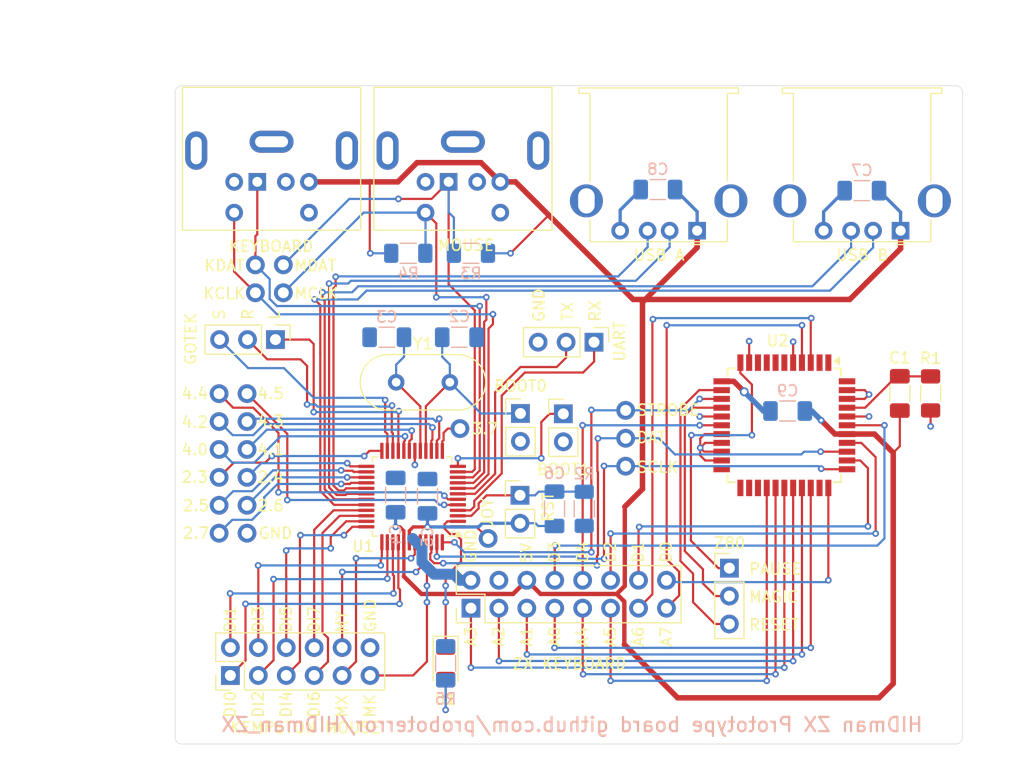
<source format=kicad_pcb>
(kicad_pcb (version 20240108) (generator "pcbnew") (generator_version "8.0")
  (layers (0 "F.Cu" signal) (31 "B.Cu" signal) (34 "B.Paste" user) (35 "F.Paste" user) (36 "B.SilkS" user "B.Silkscreen") (37 "F.SilkS" user "F.Silkscreen") (38 "B.Mask" user) (39 "F.Mask" user) (44 "Edge.Cuts" user))
  (net 0 "")
  (net 1 "Net-(U2-RST)")
  (net 2 "+5V")
  (net 3 "GND")
  (net 4 "/P4_6")
  (net 5 "Net-(U1-P4.7{slash}X0{slash}SCK_)")
  (net 6 "+3V3")
  (net 7 "/RST")
  (net 8 "/JOY")
  (net 9 "Net-(D1-A)")
  (net 10 "/KD3")
  (net 12 "/KA6")
  (net 13 "/KA4")
  (net 14 "/KA0")
  (net 15 "/KD4")
  (net 16 "/KD1")
  (net 17 "/KA5")
  (net 18 "/KA3")
  (net 19 "/KA1")
  (net 20 "/KA2")
  (net 21 "/KD2")
  (net 22 "/KD0")
  (net 23 "/KA7")
  (net 24 "/LEFT")
  (net 25 "/SELECT")
  (net 26 "/RIGHT")
  (net 27 "/RX")
  (net 28 "/TX")
  (net 29 "/DP_A")
  (net 30 "/DM_A")
  (net 31 "/DP_B")
  (net 32 "/DM_B")
  (net 34 "/KEY_DAT")
  (net 36 "/KEY_CLK")
  (net 38 "/M_CLK")
  (net 40 "/M_DAT")
  (net 41 "/MY")
  (net 42 "/DI0")
  (net 43 "/MX")
  (net 44 "/DI5")
  (net 45 "/DI2")
  (net 46 "/DI6")
  (net 47 "/DI7")
  (net 48 "/MKEY")
  (net 49 "/DI1")
  (net 50 "/DI4")
  (net 51 "/DI3")
  (net 52 "/PAUSE")
  (net 53 "/MAGIC")
  (net 54 "/RESET")
  (net 55 "/P1_7")
  (net 56 "/P4_5")
  (net 57 "/P4_4")
  (net 58 "/P3_7")
  (net 59 "/P4_3")
  (net 60 "/P4_2")
  (net 61 "/P4_1")
  (net 62 "/P4_0")
  (net 63 "/P2_3")
  (net 64 "/P2_4")
  (net 65 "/P2_5")
  (net 66 "/P2_6")
  (net 67 "/P2_7")
  (net 68 "/P3_6")
  (net 69 "/STROBE")
  (net 70 "/SCLK")
  (net 71 "/DAT")
  (footprint "THT_Pin:THT_Pin_Vertical" (layer "F.Cu") (at 109.84 116.3)
    (property "Reference" "J29" (hide yes))
    (property "Value" "Conn_01x01" (hide yes))
  )
  (footprint "THT_Pin:THT_Pin_Vertical" (layer "F.Cu") (at 104 140.72)
    (property "Reference" "J22" (hide yes))
    (property "Value" "Conn_01x01" (hide yes))
  )
  (footprint "Crystal:Crystal_HC49-4H_Vertical" (layer "F.Cu") (at 120.1 126.9875)
    (property "Reference" "Y1")
    (property "Value" "12MHz")
  )
  (footprint "Connector_PinHeader_2.54mm:PinHeader_2x08_P2.54mm_Vertical" (layer "F.Cu") (at 126.9 147.54 90)
    (property "Reference" "J1" (hide yes))
    (property "Value" "ZX Keyboard")
  )
  (footprint "Connector_PinHeader_2.54mm:PinHeader_2x06_P2.54mm_Vertical" (layer "F.Cu") (at 105.025 153.665 90)
    (property "Reference" "J8" (hide yes))
    (property "Value" "Kempston Mouse")
  )
  (footprint "Connector_Mini-DIN_Female_6Pin:Connector_Mini-DIN_Female_6Pin_2rows" (layer "F.Cu") (at 107.47 108.75 180)
    (property "Reference" "J6" (hide yes))
    (property "Value" "Keyboard")
  )
  (footprint "THT_Pin:THT_Pin_Vertical" (layer "F.Cu") (at 106.54 133.1)
    (property "Reference" "J16" (hide yes))
    (property "Value" "Conn_01x01" (hide yes))
  )
  (footprint "THT_Pin:THT_Pin_Vertical" (layer "F.Cu") (at 104 130.56)
    (property "Reference" "J15" (hide yes))
    (property "Value" "Conn_01x01" (hide yes))
  )
  (footprint "Package_QFP:TQFP-44_10x10mm_P0.8mm" (layer "F.Cu") (at 155.4 130.9 -90)
    (property "Reference" "U2")
    (property "Value" "CH446Q")
  )
  (footprint "THT_Pin:THT_Pin_Vertical" (layer "F.Cu") (at 106.54 135.64)
    (property "Reference" "J19" (hide yes))
    (property "Value" "Conn_01x01" (hide yes))
  )
  (footprint "Connector_USB:USB_A_Stewart_SS-52100-001_Horizontal" (layer "F.Cu") (at 147.47 113.19 180)
    (property "Reference" "J4" (hide yes))
    (property "Value" "USB_A")
  )
  (footprint "LED_SMD:LED_1206_3216Metric_Pad1.42x1.75mm_HandSolder" (layer "F.Cu") (at 124.6 152.5575 -90)
    (property "Reference" "D1")
    (property "Value" "LED")
  )
  (footprint "Connector_PinHeader_2.54mm:PinHeader_1x03_P2.54mm_Vertical" (layer "F.Cu") (at 150.4 143.9)
    (property "Reference" "J9" (hide yes))
    (property "Value" "Z80")
  )
  (footprint "THT_Pin:THT_Pin_Vertical" (layer "F.Cu") (at 140.97 134.62)
    (property "Reference" "J24" (hide yes))
    (property "Value" "Conn_01x01" (hide yes))
  )
  (footprint "Package_QFP:LQFP-48_7x7mm_P0.5mm" (layer "F.Cu") (at 121.55 137.3875 180)
    (property "Reference" "U1")
    (property "Value" "CH559L")
  )
  (footprint "THT_Pin:THT_Pin_Vertical" (layer "F.Cu") (at 104 138.18)
    (property "Reference" "J20" (hide yes))
    (property "Value" "Conn_01x01" (hide yes))
  )
  (footprint "THT_Pin:THT_Pin_Vertical" (layer "F.Cu") (at 109.84 118.84)
    (property "Reference" "J30" (hide yes))
    (property "Value" "Conn_01x01" (hide yes))
  )
  (footprint "THT_Pin:THT_Pin_Vertical" (layer "F.Cu") (at 106.54 130.56)
    (property "Reference" "J14" (hide yes))
    (property "Value" "Conn_01x01" (hide yes))
  )
  (footprint "THT_Pin:THT_Pin_Vertical" (layer "F.Cu") (at 106.54 140.72)
    (property "Reference" "J26" (hide yes))
    (property "Value" "Conn_01x01" (hide yes))
  )
  (footprint "THT_Pin:THT_Pin_Vertical" (layer "F.Cu") (at 128.4625 141.2)
    (property "Reference" "J10" (hide yes))
    (property "Value" "Conn_01x01" (hide yes))
  )
  (footprint "Connector_USB:USB_A_Stewart_SS-52100-001_Horizontal" (layer "F.Cu") (at 165.97 113.19 180)
    (property "Reference" "J5" (hide yes))
    (property "Value" "USB_A")
  )
  (footprint "Connector_PinHeader_2.54mm:PinHeader_1x02_P2.54mm_Vertical" (layer "F.Cu") (at 131.4 129.825)
    (property "Reference" "SW2" (hide yes))
    (property "Value" "BOOT0")
  )
  (footprint "THT_Pin:THT_Pin_Vertical" (layer "F.Cu") (at 140.97 129.54)
    (property "Reference" "J25" (hide yes))
    (property "Value" "Conn_01x01" (hide yes))
  )
  (footprint "THT_Pin:THT_Pin_Vertical" (layer "F.Cu") (at 106.54 138.18)
    (property "Reference" "J21" (hide yes))
    (property "Value" "Conn_01x01" (hide yes))
  )
  (footprint "Connector_PinHeader_2.54mm:PinHeader_1x03_P2.54mm_Vertical" (layer "F.Cu") (at 138.093018 123.336268 -90)
    (property "Reference" "J3" (hide yes))
    (property "Value" "UART")
  )
  (footprint "Resistor_SMD:R_1206_3216Metric_Pad1.30x1.75mm_HandSolder" (layer "F.Cu") (at 168.7 128 90)
    (property "Reference" "R1")
    (property "Value" "10K")
  )
  (footprint "Connector_PinHeader_2.54mm:PinHeader_1x02_P2.54mm_Vertical" (layer "F.Cu") (at 131.3625 137.275)
    (property "Reference" "SW1" (hide yes))
    (property "Value" "RESET")
  )
  (footprint "THT_Pin:THT_Pin_Vertical" (layer "F.Cu") (at 104 133.1)
    (property "Reference" "J17" (hide yes))
    (property "Value" "Conn_01x01" (hide yes))
  )
  (footprint "Connector_PinHeader_2.54mm:PinHeader_1x02_P2.54mm_Vertical" (layer "F.Cu") (at 135.3 129.86)
    (property "Reference" "SW3" (hide yes))
    (property "Value" "BOOT1")
  )
  (footprint "THT_Pin:THT_Pin_Vertical" (layer "F.Cu") (at 107.3 116.3)
    (property "Reference" "J27" (hide yes))
    (property "Value" "Conn_01x01" (hide yes))
  )
  (footprint "Connector_PinHeader_2.54mm:PinHeader_1x03_P2.54mm_Vertical" (layer "F.Cu") (at 109.125 123.1 -90)
    (property "Reference" "J2" (hide yes))
    (property "Value" "GOTEK")
  )
  (footprint "THT_Pin:THT_Pin_Vertical" (layer "F.Cu") (at 106.54 128.02)
    (property "Reference" "J11" (hide yes))
    (property "Value" "Conn_01x01" (hide yes))
  )
  (footprint "THT_Pin:THT_Pin_Vertical" (layer "F.Cu") (at 140.97 132.08)
    (property "Reference" "J23" (hide yes))
    (property "Value" "Conn_01x01" (hide yes))
  )
  (footprint "THT_Pin:THT_Pin_Vertical" (layer "F.Cu") (at 125.9 131.2)
    (property "Reference" "J13" (hide yes))
    (property "Value" "Conn_01x01" (hide yes))
  )
  (footprint "Capacitor_SMD:C_1206_3216Metric_Pad1.33x1.80mm_HandSolder" (layer "F.Cu") (at 165.9 128 90)
    (property "Reference" "C1")
    (property "Value" "0.1u")
  )
  (footprint "Connector_Mini-DIN_Female_6Pin:Connector_Mini-DIN_Female_6Pin_2rows" (layer "F.Cu") (at 124.87 108.75 180)
    (property "Reference" "J7" (hide yes))
    (property "Value" "Mouse")
  )
  (footprint "THT_Pin:THT_Pin_Vertical" (layer "F.Cu") (at 104 135.64 180)
    (property "Reference" "J18" (hide yes))
    (property "Value" "Conn_01x01" (hide yes))
  )
  (footprint "THT_Pin:THT_Pin_Vertical" (layer "F.Cu") (at 107.3 118.84)
    (property "Reference" "J28" (hide yes))
    (property "Value" "Conn_01x01" (hide yes))
  )
  (footprint "THT_Pin:THT_Pin_Vertical" (layer "F.Cu") (at 104 128.02)
    (property "Reference" "J12" (hide yes))
    (property "Value" "Conn_01x01" (hide yes))
  )
  (footprint "Capacitor_SMD:C_1206_3216Metric_Pad1.33x1.80mm_HandSolder" (layer "B.Cu") (at 143.9 109.45 180)
    (property "Reference" "C8")
    (property "Value" "3.3u")
  )
  (footprint "Resistor_SMD:R_1206_3216Metric_Pad1.30x1.75mm_HandSolder" (layer "B.Cu") (at 124.6 152.5575 90)
    (property "Reference" "R5")
    (property "Value" "1K")
  )
  (footprint "Resistor_SMD:R_1206_3216Metric_Pad1.30x1.75mm_HandSolder" (layer "B.Cu") (at 126.9 115.25)
    (property "Reference" "R3")
    (property "Value" "3.3K")
  )
  (footprint "Capacitor_SMD:C_1206_3216Metric_Pad1.33x1.80mm_HandSolder" (layer "B.Cu") (at 125.85 122.8875)
    (property "Reference" "C2")
    (property "Value" "22p")
  )
  (footprint "Capacitor_SMD:C_1206_3216Metric_Pad1.33x1.80mm_HandSolder" (layer "B.Cu") (at 119.25 122.8875 180)
    (property "Reference" "C3")
    (property "Value" "22p")
  )
  (footprint "Resistor_SMD:R_1206_3216Metric_Pad1.30x1.75mm_HandSolder" (layer "B.Cu") (at 137.2 138.5 -90)
    (property "Reference" "R2")
    (property "Value" "10K")
  )
  (footprint "Capacitor_SMD:C_1206_3216Metric_Pad1.33x1.80mm_HandSolder" (layer "B.Cu") (at 122.95 137.35 90)
    (property "Reference" "C5")
    (property "Value" "3.3u")
  )
  (footprint "Resistor_SMD:R_1206_3216Metric_Pad1.30x1.75mm_HandSolder" (layer "B.Cu") (at 121.2 115.25)
    (property "Reference" "R4")
    (property "Value" "3.3K")
  )
  (footprint "Capacitor_SMD:C_1206_3216Metric_Pad1.33x1.80mm_HandSolder" (layer "B.Cu") (at 155.7 129.6 180)
    (property "Reference" "C9")
    (property "Value" "0.1u")
  )
  (footprint "Capacitor_SMD:C_1206_3216Metric_Pad1.33x1.80mm_HandSolder" (layer "B.Cu") (at 162.45 109.55 180)
    (property "Reference" "C7")
    (property "Value" "3.3u")
  )
  (footprint "Capacitor_SMD:C_1206_3216Metric_Pad1.33x1.80mm_HandSolder" (layer "B.Cu") (at 120.05 137.25 90)
    (property "Reference" "C4")
    (property "Value" "0.1u")
  )
  (footprint "Capacitor_SMD:C_1206_3216Metric_Pad1.33x1.80mm_HandSolder" (layer "B.Cu") (at 134.5 138.5 90)
    (property "Reference" "C6")
    (property "Value" "0.1u")
  )
  (gr_line (start 171 159.9) (end 100.6 159.9) (stroke (width 0.05)) (layer "Edge.Cuts"))
  (gr_line (start 100.6 100) (end 171 100) (stroke (width 0.05)) (layer "Edge.Cuts"))
  (gr_arc (start 171 100) (mid 171.424264 100.175736) (end 171.6 100.6) (stroke (width 0.05)) (layer "Edge.Cuts"))
  (gr_arc (start 100.6 159.9) (mid 100.175736 159.724264) (end 100 159.3) (stroke (width 0.05)) (layer "Edge.Cuts"))
  (gr_arc (start 171.6 159.3) (mid 171.424264 159.724264) (end 171 159.9) (stroke (width 0.05)) (layer "Edge.Cuts"))
  (gr_arc (start 100 100.6) (mid 100.175736 100.175736) (end 100.6 100) (stroke (width 0.05)) (layer "Edge.Cuts"))
  (gr_line (start 100 159.3) (end 100 100.6) (stroke (width 0.05)) (layer "Edge.Cuts"))
  (gr_line (start 171.6 100.6) (end 171.6 159.3) (stroke (width 0.05)) (layer "Edge.Cuts"))
  (gr_text "HIDman ZX Prototype board github.com/proboterror/HIDman_ZX" (at 168.1 158.9 0) (layer "B.SilkS") (effects (font (size 1.3 1.3) (thickness 0.2) (bold yes)) (justify left bottom mirror)))
  (gr_text "4.1" (at 107.4 133.7 0) (layer "F.SilkS") (effects (font (size 1 1)) (justify left bottom)))
  (gr_text "DI3" (at 108.14 149.86 90) (layer "F.SilkS") (effects (font (size 1 1)) (justify left bottom)))
  (gr_text "2.7" (at 100.6 141.3 0) (layer "F.SilkS") (effects (font (size 1 1)) (justify left bottom)))
  (gr_text "D4" (at 137.62 143.51 90) (layer "F.SilkS") (effects (font (size 1 1)) (justify left bottom)))
  (gr_text "R" (at 107.2 121.4 90) (layer "F.SilkS") (effects (font (size 1 1)) (justify left bottom)))
  (gr_text "DI7" (at 113.22 149.86 90) (layer "F.SilkS") (effects (font (size 1 1)) (justify left bottom)))
  (gr_text "DI4" (at 110.68 157.6 90) (layer "F.SilkS") (effects (font (size 1 1)) (justify left bottom)))
  (gr_text "DI5" (at 110.68 149.86 90) (layer "F.SilkS") (effects (font (size 1 1)) (justify left bottom)))
  (gr_text "GOTEK" (at 102 125.5 90) (layer "F.SilkS") (effects (font (size 1 1)) (justify left bottom)))
  (gr_text "STROBE" (at 141.9 130.1 0) (layer "F.SilkS") (effects (font (size 1 1)) (justify left bottom)))
  (gr_text "Z80" (at 148.9 142.2 0) (layer "F.SilkS") (effects (font (size 1 1)) (justify left bottom)))
  (gr_text "A6" (at 142.7 151.13 90) (layer "F.SilkS") (effects (font (size 1 1)) (justify left bottom)))
  (gr_text "PAUSE" (at 152.1 144.56 0) (layer "F.SilkS") (effects (font (size 1 1)) (justify left bottom)))
  (gr_text "2.5" (at 100.6 138.8 0) (layer "F.SilkS") (effects (font (size 1 1)) (justify left bottom)))
  (gr_text "DI6" (at 113.22 157.6 90) (layer "F.SilkS") (effects (font (size 1 1)) (justify left bottom)))
  (gr_text "A3" (at 127.46 151.13 90) (layer "F.SilkS") (effects (font (size 1 1)) (justify left bottom)))
  (gr_text "L" (at 109.6 121.4 90) (layer "F.SilkS") (effects (font (size 1 1)) (justify left bottom)))
  (gr_text "KEYBOARD" (at 104.8 115.2 0) (layer "F.SilkS") (effects (font (size 1 1)) (justify left bottom)))
  (gr_text "MOUSE" (at 123.8 115.1 0) (layer "F.SilkS") (effects (font (size 1 1)) (justify left bottom)))
  (gr_text "SCLK" (at 141.9 135.3 0) (layer "F.SilkS") (effects (font (size 1 1)) (justify left bottom)))
  (gr_text "JOY" (at 129 140.3 90) (layer "F.SilkS") (effects (font (size 1 1)) (justify left bottom)))
  (gr_text "MCLK" (at 110.77 119.49 0) (layer "F.SilkS") (effects (font (size 1 1)) (justify left bottom)))
  (gr_text "D3" (at 135.08 143.51 90) (layer "F.SilkS") (effects (font (size 1 1)) (justify left bottom)))
  (gr_text "DI2" (at 108.14 157.6 90) (layer "F.SilkS") (effects (font (size 1 1)) (justify left bottom)))
  (gr_text "MX" (at 115.76 157.6 90) (layer "F.SilkS") (effects (font (size 1 1)) (justify left bottom)))
  (gr_text "ZX KEYBOARD" (at 130.6 153.2 0) (layer "F.SilkS") (effects (font (size 1 1)) (justify left bottom)))
  (gr_text "S" (at 104.6 121.4 90) (layer "F.SilkS") (effects (font (size 1 1)) (justify left bottom)))
  (gr_text "MY" (at 115.76 149.86 90) (layer "F.SilkS") (effects (font (size 1 1)) (justify left bottom)))
  (gr_text "D1" (at 142.7 143.51 90) (layer "F.SilkS") (effects (font (size 1 1)) (justify left bottom)))
  (gr_text "GND" (at 133.668018 121.6 90) (layer "F.SilkS") (effects (font (size 1 1)) (justify left bottom)))
  (gr_text "GND" (at 127.46 143.51 90) (layer "F.SilkS") (effects (font (size 1 1)) (justify left bottom)))
  (gr_text "D0" (at 145.24 143.51 90) (layer "F.SilkS") (effects (font (size 1 1)) (justify left bottom)))
  (gr_text "RST" (at 134.5 139.8 90) (layer "F.SilkS") (effects (font (size 1 1)) (justify left bottom)))
  (gr_text "A1" (at 132.54 151.13 90) (layer "F.SilkS") (effects (font (size 1 1)) (justify left bottom)))
  (gr_text "KCLK" (at 102.47 119.49 0) (layer "F.SilkS") (effects (font (size 1 1)) (justify left bottom)))
  (gr_text "GND" (at 118.350559 149.847059 90) (layer "F.SilkS") (effects (font (size 1 1)) (justify left bottom)))
  (gr_text "D2" (at 140.16 143.51 90) (layer "F.SilkS") (effects (font (size 1 1)) (justify left bottom)))
  (gr_text "4.3" (at 107.4 131.1 0) (layer "F.SilkS") (effects (font (size 1 1)) (justify left bottom)))
  (gr_text "BOOT1" (at 132.8 135.5 0) (layer "F.SilkS") (effects (font (size 1 1)) (justify left bottom)))
  (gr_text "KDAT" (at 102.57 116.95 0) (layer "F.SilkS") (effects (font (size 1 1)) (justify left bottom)))
  (gr_text "DI0" (at 105.6 157.6 90) (layer "F.SilkS") (effects (font (size 1 1)) (justify left bottom)))
  (gr_text "A5" (at 140.16 151.13 90) (layer "F.SilkS") (effects (font (size 1 1)) (justify left bottom)))
  (gr_text "4.4" (at 100.5 128.6 0) (layer "F.SilkS") (effects (font (size 1 1)) (justify left bottom)))
  (gr_text "USB A" (at 141.6 116 0) (layer "F.SilkS") (effects (font (size 1 1)) (justify left bottom)))
  (gr_text "USB B" (at 160 116 0) (layer "F.SilkS") (effects (font (size 1 1)) (justify left bottom)))
  (gr_text "2.3" (at 100.5 136.2 0) (layer "F.SilkS") (effects (font (size 1 1)) (justify left bottom)))
  (gr_text "DI1" (at 105.6 149.86 90) (layer "F.SilkS") (effects (font (size 1 1)) (justify left bottom)))
  (gr_text "4.0" (at 100.5 133.7 0) (layer "F.SilkS") (effects (font (size 1 1)) (justify left bottom)))
  (gr_text "A0" (at 135.08 151.13 90) (layer "F.SilkS") (effects (font (size 1 1)) (justify left bottom)))
  (gr_text "2.4" (at 107.4 136.2 0) (layer "F.SilkS") (effects (font (size 1 1)) (justify left bottom)))
  (gr_text "BOOT0" (at 128.9 127.9 0) (layer "F.SilkS") (effects (font (size 1 1)) (justify left bottom)))
  (gr_text "A4" (at 137.62 151.13 90) (layer "F.SilkS") (effects (font (size 1 1)) (justify left bottom)))
  (gr_text "MAGIC" (at 152.1 147.1 0) (layer "F.SilkS") (effects (font (size 1 1)) (justify left bottom)))
  (gr_text "KEMPSTON MOUSE" (at 104.9 159 0) (layer "F.SilkS") (effects (font (size 1 1)) (justify left bottom)))
  (gr_text "DAT" (at 141.9 132.6 0) (layer "F.SilkS") (effects (font (size 1 1)) (justify left bottom)))
  (gr_text "5V" (at 132.54 143.51 90) (layer "F.SilkS") (effects (font (size 1 1)) (justify left bottom)))
  (gr_text "3.7" (at 126.9 131.8 0) (layer "F.SilkS") (effects (font (size 1 1)) (justify left bottom)))
  (gr_text "A7" (at 145.24 151.13 90) (layer "F.SilkS") (effects (font (size 1 1)) (justify left bottom)))
  (gr_text "RX" (at 138.768018 121.586268 90) (layer "F.SilkS") (effects (font (size 1 1)) (justify left bottom)))
  (gr_text "RESET" (at 152.1 149.64 0) (layer "F.SilkS") (effects (font (size 1 1)) (justify left bottom)))
  (gr_text "4.5" (at 107.4 128.6 0) (layer "F.SilkS") (effects (font (size 1 1)) (justify left bottom)))
  (gr_text "TX" (at 136.268018 121.486268 90) (layer "F.SilkS") (effects (font (size 1 1)) (justify left bottom)))
  (gr_text "4.2" (at 100.5 131.2 0) (layer "F.SilkS") (effects (font (size 1 1)) (justify left bottom)))
  (gr_text "A2" (at 130 151.13 90) (layer "F.SilkS") (effects (font (size 1 1)) (justify left bottom)))
  (gr_text "UART" (at 141 125.2 90) (layer "F.SilkS") (effects (font (size 1 1)) (justify left bottom)))
  (gr_text "MDAT" (at 110.77 116.95 0) (layer "F.SilkS") (effects (font (size 1 1)) (justify left bottom)))
  (gr_text "GND" (at 107.5 141.3 0) (layer "F.SilkS") (effects (font (size 1 1)) (justify left bottom)))
  (gr_text "2.6" (at 107.4 138.8 0) (layer "F.SilkS") (effects (font (size 1 1)) (justify left bottom)))
  (gr_text "MK" (at 118.3 157.6 90) (layer "F.SilkS") (effects (font (size 1 1)) (justify left bottom)))
  (segment (start 165.9125 126.45) (end 165.9 126.4375) (width 0.2) (layer "F.Cu") (net 1))
  (segment (start 165.611029 126.4375) (end 165.9 126.4375) (width 0.2) (layer "F.Cu") (net 1))
  (segment (start 161.1 129.3) (end 162.748529 129.3) (width 0.2) (layer "F.Cu") (net 1))
  (segment (start 162.748529 129.3) (end 165.611029 126.4375) (width 0.2) (layer "F.Cu") (net 1))
  (segment (start 168.7 126.45) (end 165.9125 126.45) (width 0.2) (layer "F.Cu") (net 1))
  (segment (start 130.95 108.75) (end 129.57 108.75) (width 0.5) (layer "F.Cu") (net 2))
  (segment (start 120.25 108.75) (end 117.7 108.75) (width 0.5) (layer "F.Cu") (net 2))
  (segment (start 140.85 150.85) (end 145.7 155.7) (width 0.5) (layer "F.Cu") (net 2))
  (segment (start 120.45 140.15) (end 120.05 140.15) (width 0.3) (layer "F.Cu") (net 2))
  (segment (start 165.9 129.5625) (end 165.9 132.8) (width 0.2) (layer "F.Cu") (net 2))
  (segment (start 164 155.7) (end 165.3 154.4) (width 0.5) (layer "F.Cu") (net 2))
  (segment (start 122 107) (end 120.25 108.75) (width 0.5) (layer "F.Cu") (net 2))
  (segment (start 122.4 146.25) (end 120.8 144.65) (width 0.4) (layer "F.Cu") (net 2))
  (segment (start 133.23 146.25) (end 140.157767 146.25) (width 0.4) (layer "F.Cu") (net 2))
  (segment (start 140.157767 146.25) (end 140.89 145.517767) (width 0.4) (layer "F.Cu") (net 2))
  (segment (start 140.89 145.517767) (end 140.89 138.31) (width 0.4) (layer "F.Cu") (net 2))
  (segment (start 140.157767 146.25) (end 140.85 146.942233) (width 0.4) (layer "F.Cu") (net 2))
  (segment (start 140.85 146.942233) (end 140.85 150.85) (width 0.4) (layer "F.Cu") (net 2))
  (segment (start 142.5 136.7) (end 142.5 119.7) (width 0.5) (layer "F.Cu") (net 2))
  (segment (start 161.35 119.45) (end 165.97 114.83) (width 0.5) (layer "F.Cu") (net 2))
  (segment (start 165.97 114.83) (end 165.97 113.19) (width 0.5) (layer "F.Cu") (net 2))
  (segment (start 142.75 119.45) (end 161.35 119.45) (width 0.5) (layer "F.Cu") (net 2))
  (segment (start 131.98 145) (end 130.73 146.25) (width 0.4) (layer "F.Cu") (net 2))
  (segment (start 120.8 141.55) (end 120.8 140.5) (width 0.3) (layer "F.Cu") (net 2))
  (segment (start 165.9 132.8) (end 165.3 133.4) (width 0.2) (layer "F.Cu") (net 2))
  (segment (start 117.7 115.2) (end 117.7 108.75) (width 0.2) (layer "F.Cu") (net 2))
  (segment (start 130.5 115.25) (end 133.95 111.8) (width 0.2) (layer "F.Cu") (net 2))
  (segment (start 145.7 155.7) (end 164 155.7) (width 0.5) (layer "F.Cu") (net 2))
  (segment (start 141.65 119.45) (end 133.95 111.75) (width 0.5) (layer "F.Cu") (net 2))
  (segment (start 140.89 138.31) (end 142.5 136.7) (width 0.5) (layer "F.Cu") (net 2))
  (segment (start 142.75 119.45) (end 147.47 114.73) (width 0.5) (layer "F.Cu") (net 2))
  (segment (start 142.75 119.45) (end 141.65 119.45) (width 0.5) (layer "F.Cu") (net 2))
  (segment (start 131.98 145) (end 133.23 146.25) (width 0.4) (layer "F.Cu") (net 2))
  (segment (start 165.3 133.4) (end 163.6 131.7) (width 0.5) (layer "F.Cu") (net 2))
  (segment (start 142.5 119.7) (end 142.75 119.45) (width 0.5) (layer "F.Cu") (net 2))
  (segment (start 130.73 146.25) (end 122.4 146.25) (width 0.4) (layer "F.Cu") (net 2))
  (segment (start 127.82 107) (end 122 107) (width 0.5) (layer "F.Cu") (net 2))
  (segment (start 117.7 108.75) (end 112.17 108.75) (width 0.5) (layer "F.Cu") (net 2))
  (segment (start 160 131.7) (end 161.1 131.7) (width 0.5) (layer "F.Cu") (net 2))
  (segment (start 133.95 111.8) (end 133.95 111.75) (width 0.2) (layer "F.Cu") (net 2))
  (segment (start 120.8 144.65) (end 120.8 141.55) (width 0.3) (layer "F.Cu") (net 2))
  (segment (start 165.3 154.4) (end 165.3 133.4) (width 0.5) (layer "F.Cu") (net 2))
  (segment (start 129.57 108.75) (end 127.82 107) (width 0.5) (layer "F.Cu") (net 2))
  (segment (start 133.95 111.75) (end 130.95 108.75) (width 0.5) (layer "F.Cu") (net 2))
  (segment (start 161.1 131.7) (end 163.6 131.7) (width 0.5) (layer "F.Cu") (net 2))
  (segment (start 147.47 114.73) (end 147.47 113.19) (width 0.5) (layer "F.Cu") (net 2))
  (segment (start 120.8 140.5) (end 120.45 140.15) (width 0.3) (layer "F.Cu") (net 2))
  (segment (start 158.75 130.45) (end 160 131.7) (width 0.5) (layer "F.Cu") (net 2))
  (segment (start 117.75 115.25) (end 117.7 115.2) (width 0.2) (layer "F.Cu") (net 2))
  (via (at 117.75 115.25) (size 0.6) (drill 0.3) (layers "F.Cu" "B.Cu") (net 2))
  (via (at 120.05 140.15) (size 0.6) (drill 0.3) (layers "F.Cu" "B.Cu") (net 2))
  (via (at 158.75 130.45) (size 0.6) (drill 0.3) (layers "F.Cu" "B.Cu") (net 2))
  (via (at 130.5 115.25) (size 0.6) (drill 0.3) (layers "F.Cu" "B.Cu") (net 2))
  (segment (start 157.9 129.6) (end 157.2625 129.6) (width 0.5) (layer "B.Cu") (net 2))
  (segment (start 120.05 140.15) (end 120.05 138.8125) (width 0.3) (layer "B.Cu") (net 2))
  (segment (start 128.45 115.25) (end 130.5 115.25) (width 0.2) (layer "B.Cu") (net 2))
  (segment (start 119.65 115.25) (end 117.75 115.25) (width 0.2) (layer "B.Cu") (net 2))
  (segment (start 147.47 113.19) (end 147.47 111.4575) (width 0.3) (layer "B.Cu") (net 2))
  (segment (start 147.47 111.4575) (end 145.4625 109.45) (width 0.3) (layer "B.Cu") (net 2))
  (segment (start 165.97 111.5075) (end 164.0125 109.55) (width 0.3) (layer "B.Cu") (net 2))
  (segment (start 165.97 113.19) (end 165.97 111.5075) (width 0.3) (layer "B.Cu") (net 2))
  (segment (start 158.75 130.45) (end 157.9 129.6) (width 0.5) (layer "B.Cu") (net 2))
  (segment (start 147.75 132.95) (end 147.75 133.65) (width 0.2) (layer "F.Cu") (net 3))
  (segment (start 148.2 132.5) (end 149.7 132.5) (width 0.2) (layer "F.Cu") (net 3))
  (segment (start 162.7 127.7) (end 163.1 128.1) (width 0.2) (layer "F.Cu") (net 3))
  (segment (start 152.2 125.2) (end 152.2 123.25) (width 0.2) (layer "F.Cu") (net 3))
  (segment (start 149.7 130.1) (end 147.7 130.1) (width 0.2) (layer "F.Cu") (net 3))
  (segment (start 161.1 130.1) (end 163.1 130.1) (width 0.2) (layer "F.Cu") (net 3))
  (segment (start 147.75 132.1) (end 148.15 131.7) (width 0.2) (layer "F.Cu") (net 3))
  (segment (start 148.2 134.1) (end 149.7 134.1) (width 0.2) (layer "F.Cu") (net 3))
  (segment (start 147.75 132.95) (end 148.2 132.5) (width 0.2) (layer "F.Cu") (net 3))
  (segment (start 147.75 133.65) (end 148.2 134.1) (width 0.2) (layer "F.Cu") (net 3))
  (segment (start 151.75 127.85) (end 150.8 126.9) (width 0.5) (layer "F.Cu") (net 3))
  (segment (start 162.7 128.5) (end 163.1 128.1) (width 0.2) (layer "F.Cu") (net 3))
  (segment (start 150.8 126.9) (end 149.7 126.9) (width 0.5) (layer "F.Cu") (net 3))
  (segment (start 161.1 127.7) (end 162.7 127.7) (width 0.2) (layer "F.Cu") (net 3))
  (segment (start 147.75 132.95) (end 147.75 132.1) (width 0.2) (layer "F.Cu") (net 3))
  (segment (start 148.15 131.7) (end 149.7 131.7) (width 0.2) (layer "F.Cu") (net 3))
  (segment (start 168.7 129.55) (end 168.7 131) (width 0.2) (layer "F.Cu") (net 3))
  (segment (start 148.1 133.3) (end 149.7 133.3) (width 0.2) (layer "F.Cu") (net 3))
  (segment (start 121.8 133.225) (end 121.8 134.5) (width 0.2) (layer "F.Cu") (net 3))
  (segment (start 156.2 125.2) (end 156.2 123.3) (width 0.2) (layer "F.Cu") (net 3))
  (segment (start 161.1 128.5) (end 162.7 128.5) (width 0.2) (layer "F.Cu") (net 3))
  (segment (start 147.75 132.95) (end 148.1 133.3) (width 0.2) (layer "F.Cu") (net 3))
  (via (at 151.75 127.85) (size 0.8) (drill 0.5) (layers "F.Cu" "B.Cu") (net 3))
  (via (at 168.7 131) (size 0.6) (drill 0.3) (layers "F.Cu" "B.Cu") (net 3))
  (via (at 156.2 123.3) (size 0.6) (drill 0.3) (layers "F.Cu" "B.Cu") (net 3))
  (via (at 147.75 132.95) (size 0.6) (drill 0.3) (layers "F.Cu" "B.Cu") (net 3))
  (via (at 121.8 134.5) (size 0.6) (drill 0.3) (layers "F.Cu" "B.Cu") (net 3))
  (via (at 152.2 123.25) (size 0.6) (drill 0.3) (layers "F.Cu" "B.Cu") (net 3))
  (via (at 163.1 130.1) (size 0.6) (drill 0.3) (layers "F.Cu" "B.Cu") (net 3))
  (via (at 147.7 130.1) (size 0.6) (drill 0.3) (layers "F.Cu" "B.Cu") (net 3))
  (via (at 163.1 128.1) (size 0.6) (drill 0.3) (layers "F.Cu" "B.Cu") (net 3))
  (segment (start 140.47 111.3175) (end 142.3375 109.45) (width 0.3) (layer "B.Cu") (net 3))
  (segment (start 158.97 113.19) (end 158.97 111.4675) (width 0.3) (layer "B.Cu") (net 3))
  (segment (start 125.9 145) (end 126.9 145) (width 1) (layer "B.Cu") (net 3))
  (segment (start 151.75 127.85) (end 153.5 129.6) (width 0.5) (layer "B.Cu") (net 3))
  (segment (start 122.45 143.35) (end 122.45 142.05) (width 1) (layer "B.Cu") (net 3))
  (segment (start 123.55 144.45) (end 122.45 143.35) (width 1) (layer "B.Cu") (net 3))
  (segment (start 158.97 111.4675) (end 160.8875 109.55) (width 0.3) (layer "B.Cu") (net 3))
  (segment (start 153.5 129.6) (end 154.1375 129.6) (width 0.5) (layer "B.Cu") (net 3))
  (segment (start 140.47 113.19) (end 140.47 111.3175) (width 0.3) (layer "B.Cu") (net 3))
  (segment (start 122.45 142.05) (end 121.6 141.2) (width 1) (layer "B.Cu") (net 3))
  (segment (start 125.35 144.45) (end 123.55 144.45) (width 1) (layer "B.Cu") (net 3))
  (segment (start 125.9 145) (end 125.35 144.45) (width 1) (layer "B.Cu") (net 3))
  (segment (start 122.8 129.1675) (end 124.98 126.9875) (width 0.2) (layer "F.Cu") (net 4))
  (segment (start 122.8 133.225) (end 122.8 129.1675) (width 0.2) (layer "F.Cu") (net 4))
  (segment (start 127.8175 129.825) (end 131.4 129.825) (width 0.2) (layer "B.Cu") (net 4))
  (segment (start 124.98 125.3675) (end 124.2875 124.675) (width 0.2) (layer "B.Cu") (net 4))
  (segment (start 124.98 126.9875) (end 124.98 125.3675) (width 0.2) (layer "B.Cu") (net 4))
  (segment (start 124.98 126.9875) (end 127.8175 129.825) (width 0.2) (layer "B.Cu") (net 4))
  (segment (start 124.2875 124.675) (end 124.2875 122.8875) (width 0.2) (layer "B.Cu") (net 4))
  (segment (start 122.3 133.225) (end 122.3 129.1875) (width 0.2) (layer "F.Cu") (net 5))
  (segment (start 122.3 129.1875) (end 120.1 126.9875) (width 0.2) (layer "F.Cu") (net 5))
  (segment (start 120.8125 124.675) (end 120.8125 122.8875) (width 0.2) (layer "B.Cu") (net 5))
  (segment (start 120.1 126.9875) (end 120.1 125.3875) (width 0.2) (layer "B.Cu") (net 5))
  (segment (start 120.1 125.3875) (end 120.8125 124.675) (width 0.2) (layer "B.Cu") (net 5))
  (segment (start 121.65 140.15) (end 121.3 140.5) (width 0.3) (layer "F.Cu") (net 6))
  (segment (start 121.3 140.5) (end 121.3 141.55) (width 0.3) (layer "F.Cu") (net 6))
  (segment (start 122.95 140.15) (end 121.65 140.15) (width 0.3) (layer "F.Cu") (net 6))
  (via (at 122.95 140.15) (size 0.6) (drill 0.3) (layers "F.Cu" "B.Cu") (net 6))
  (segment (start 122.95 140.15) (end 122.95 138.9125) (width 0.3) (layer "B.Cu") (net 6))
  (segment (start 127.6 140.15) (end 127.935 139.815) (width 0.3) (layer "B.Cu") (net 6))
  (segment (start 122.95 140.15) (end 127.6 140.15) (width 0.3) (layer "B.Cu") (net 6))
  (segment (start 134.5 140.0625) (end 133.0125 140.0625) (width 0.2) (layer "B.Cu") (net 6))
  (segment (start 133.0125 140.0625) (end 132.765 139.815) (width 0.2) (layer "B.Cu") (net 6))
  (segment (start 132.765 139.815) (end 131.3625 139.815) (width 0.2) (layer "B.Cu") (net 6))
  (segment (start 127.935 139.815) (end 130.8 139.815) (width 0.3) (layer "B.Cu") (net 6))
  (segment (start 126.928186 139.1375) (end 127.6 138.465686) (width 0.2) (layer "F.Cu") (net 7))
  (segment (start 128.325 137.275) (end 130.8 137.275) (width 0.2) (layer "F.Cu") (net 7))
  (segment (start 127.6 138.465686) (end 127.6 138) (width 0.2) (layer "F.Cu") (net 7))
  (segment (start 127.6 138) (end 128.325 137.275) (width 0.2) (layer "F.Cu") (net 7))
  (segment (start 125.7125 139.1375) (end 126.888971 139.1375) (width 0.2) (layer "F.Cu") (net 7))
  (segment (start 126.888971 139.1375) (end 126.928186 139.1375) (width 0.2) (layer "F.Cu") (net 7))
  (segment (start 133.0625 136.9375) (end 132.725 137.275) (width 0.2) (layer "B.Cu") (net 7))
  (segment (start 134.5 136.9375) (end 133.0625 136.9375) (width 0.2) (layer "B.Cu") (net 7))
  (segment (start 132.725 137.275) (end 131.3625 137.275) (width 0.2) (layer "B.Cu") (net 7))
  (segment (start 137.1875 136.9375) (end 137.2 136.95) (width 0.2) (layer "B.Cu") (net 7))
  (segment (start 134.5 136.9375) (end 137.1875 136.9375) (width 0.2) (layer "B.Cu") (net 7))
  (segment (start 125.7125 140.1375) (end 127.4 140.1375) (width 0.2) (layer "F.Cu") (net 8))
  (segment (start 127.4 140.1375) (end 128.4625 141.2) (width 0.2) (layer "F.Cu") (net 8))
  (segment (start 124.6 154.045) (end 124.6 156.8) (width 0.2) (layer "F.Cu") (net 9))
  (via (at 124.6 156.8) (size 0.6) (drill 0.3) (layers "F.Cu" "B.Cu") (net 9))
  (segment (start 124.6 156.8) (end 124.6 154.1075) (width 0.2) (layer "B.Cu") (net 9))
  (segment (start 164.5 130.9) (end 161.1 130.9) (width 0.2) (layer "F.Cu") (net 10))
  (segment (start 134.52 141.88) (end 134.52 145) (width 0.2) (layer "F.Cu") (net 10))
  (segment (start 134.55 141.85) (end 134.52 141.88) (width 0.2) (layer "F.Cu") (net 10))
  (via (at 164.5 130.9) (size 0.6) (drill 0.3) (layers "F.Cu" "B.Cu") (net 10))
  (via (at 134.55 141.85) (size 0.6) (drill 0.3) (layers "F.Cu" "B.Cu") (net 10))
  (segment (start 163.85 141.85) (end 134.55 141.85) (width 0.2) (layer "B.Cu") (net 10))
  (segment (start 164.5 130.9) (end 164.5 141.2) (width 0.2) (layer "B.Cu") (net 10))
  (segment (start 164.5 141.2) (end 163.85 141.85) (width 0.2) (layer "B.Cu") (net 10))
  (segment (start 143.45 121.25) (end 143.4 121.3) (width 0.2) (layer "F.Cu") (net 12))
  (segment (start 157.8 121.2) (end 157.85 121.15) (width 0.2) (layer "F.Cu") (net 12))
  (segment (start 143.4 146.28) (end 142.14 147.54) (width 0.2) (layer "F.Cu") (net 12))
  (segment (start 157.8 125.2) (end 157.8 121.2) (width 0.2) (layer "F.Cu") (net 12))
  (segment (start 143.4 121.3) (end 143.4 146.28) (width 0.2) (layer "F.Cu") (net 12))
  (via (at 157.85 121.15) (size 0.6) (drill 0.3) (layers "F.Cu" "B.Cu") (net 12))
  (via (at 143.45 121.25) (size 0.6) (drill 0.3) (layers "F.Cu" "B.Cu") (net 12))
  (segment (start 143.45 121.25) (end 143.55 121.15) (width 0.2) (layer "B.Cu") (net 12))
  (segment (start 143.55 121.15) (end 157.85 121.15) (width 0.2) (layer "B.Cu") (net 12))
  (segment (start 154.6 136.6) (end 154.6 153.55) (width 0.2) (layer "F.Cu") (net 13))
  (segment (start 137.06 153.51) (end 137.06 147.54) (width 0.2) (layer "F.Cu") (net 13))
  (segment (start 137.1 153.55) (end 137.06 153.51) (width 0.2) (layer "F.Cu") (net 13))
  (via (at 137.1 153.55) (size 0.6) (drill 0.3) (layers "F.Cu" "B.Cu") (net 13))
  (via (at 154.6 153.55) (size 0.6) (drill 0.3) (layers "F.Cu" "B.Cu") (net 13))
  (segment (start 154.2 153.55) (end 137.1 153.55) (width 0.2) (layer "B.Cu") (net 13))
  (segment (start 154.6 153.55) (end 154.2 153.55) (width 0.2) (layer "B.Cu") (net 13))
  (segment (start 134.52 151.13) (end 134.52 147.54) (width 0.2) (layer "F.Cu") (net 14))
  (segment (start 134.5 151.15) (end 134.52 151.13) (width 0.2) (layer "F.Cu") (net 14))
  (segment (start 157.8 136.6) (end 157.8 151.15) (width 0.2) (layer "F.Cu") (net 14))
  (via (at 134.5 151.15) (size 0.6) (drill 0.3) (layers "F.Cu" "B.Cu") (net 14))
  (via (at 157.8 151.15) (size 0.6) (drill 0.3) (layers "F.Cu" "B.Cu") (net 14))
  (segment (start 157.4 151.15) (end 134.5 151.15) (width 0.2) (layer "B.Cu") (net 14))
  (segment (start 157.8 151.15) (end 157.4 151.15) (width 0.2) (layer "B.Cu") (net 14))
  (segment (start 137.06 131.06) (end 137.06 145) (width 0.2) (layer "F.Cu") (net 15))
  (segment (start 137.05 131.05) (end 137.06 131.06) (width 0.2) (layer "F.Cu") (net 15))
  (segment (start 137.05 130.9) (end 137.05 131.05) (width 0.2) (layer "F.Cu") (net 15))
  (segment (start 149.7 130.9) (end 147.7 130.9) (width 0.2) (layer "F.Cu") (net 15))
  (via (at 147.7 130.9) (size 0.6) (drill 0.3) (layers "F.Cu" "B.Cu") (net 15))
  (via (at 137.05 130.9) (size 0.6) (drill 0.3) (layers "F.Cu" "B.Cu") (net 15))
  (segment (start 147.7 130.9) (end 137.05 130.9) (width 0.2) (layer "B.Cu") (net 15))
  (segment (start 163 140.1) (end 163 134.8) (width 0.2) (layer "F.Cu") (net 16))
  (segment (start 142.14 140.21) (end 142.14 145) (width 0.2) (layer "F.Cu") (net 16))
  (segment (start 142.2 140.15) (end 142.14 140.21) (width 0.2) (layer "F.Cu") (net 16))
  (segment (start 163 134.8) (end 162.3 134.1) (width 0.2) (layer "F.Cu") (net 16))
  (segment (start 162.3 134.1) (end 161.1 134.1) (width 0.2) (layer "F.Cu") (net 16))
  (via (at 163 140.1) (size 0.6) (drill 0.3) (layers "F.Cu" "B.Cu") (net 16))
  (via (at 142.2 140.15) (size 0.6) (drill 0.3) (layers "F.Cu" "B.Cu") (net 16))
  (segment (start 142.25 140.1) (end 142.2 140.15) (width 0.2) (layer "B.Cu") (net 16))
  (segment (start 163 140.1) (end 142.25 140.1) (width 0.2) (layer "B.Cu") (net 16))
  (segment (start 153.8 136.6) (end 153.8 154.15) (width 0.2) (layer "F.Cu") (net 17))
  (segment (start 139.6 154.15) (end 139.6 147.54) (width 0.2) (layer "F.Cu") (net 17))
  (via (at 153.8 154.15) (size 0.6) (drill 0.3) (layers "F.Cu" "B.Cu") (net 17))
  (via (at 139.6 154.15) (size 0.6) (drill 0.3) (layers "F.Cu" "B.Cu") (net 17))
  (segment (start 153.8 154.15) (end 139.6 154.15) (width 0.2) (layer "B.Cu") (net 17))
  (segment (start 126.9 152.95) (end 126.9 147.54) (width 0.2) (layer "F.Cu") (net 18))
  (segment (start 155.4 136.6) (end 155.4 152.95) (width 0.2) (layer "F.Cu") (net 18))
  (via (at 155.4 152.95) (size 0.6) (drill 0.3) (layers "F.Cu" "B.Cu") (net 18))
  (via (at 126.9 152.95) (size 0.6) (drill 0.3) (layers "F.Cu" "B.Cu") (net 18))
  (segment (start 154.95 152.95) (end 126.9 152.95) (width 0.2) (layer "B.Cu") (net 18))
  (segment (start 155.4 152.95) (end 154.95 152.95) (width 0.2) (layer "B.Cu") (net 18))
  (segment (start 157 136.6) (end 157 151.75) (width 0.2) (layer "F.Cu") (net 19))
  (segment (start 131.98 151.73) (end 131.98 147.54) (width 0.2) (layer "F.Cu") (net 19))
  (segment (start 132 151.75) (end 131.98 151.73) (width 0.2) (layer "F.Cu") (net 19))
  (via (at 132 151.75) (size 0.6) (drill 0.3) (layers "F.Cu" "B.Cu") (net 19))
  (via (at 157 151.75) (size 0.6) (drill 0.3) (layers "F.Cu" "B.Cu") (net 19))
  (segment (start 156.6 151.75) (end 132 151.75) (width 0.2) (layer "B.Cu") (net 19))
  (segment (start 157 151.75) (end 156.6 151.75) (width 0.2) (layer "B.Cu") (net 19))
  (segment (start 129.44 152.34) (end 129.44 147.54) (width 0.2) (layer "F.Cu") (net 20))
  (segment (start 156.2 136.6) (end 156.2 152.35) (width 0.2) (layer "F.Cu") (net 20))
  (segment (start 129.45 152.35) (end 129.44 152.34) (width 0.2) (layer "F.Cu") (net 20))
  (via (at 156.2 152.35) (size 0.6) (drill 0.3) (layers "F.Cu" "B.Cu") (net 20))
  (via (at 129.45 152.35) (size 0.6) (drill 0.3) (layers "F.Cu" "B.Cu") (net 20))
  (segment (start 156.2 152.35) (end 155.9 152.35) (width 0.2) (layer "B.Cu") (net 20))
  (segment (start 155.9 152.35) (end 129.45 152.35) (width 0.2) (layer "B.Cu") (net 20))
  (segment (start 163.7 133.8) (end 162.4 132.5) (width 0.2) (layer "F.Cu") (net 21))
  (segment (start 162.4 132.5) (end 161.1 132.5) (width 0.2) (layer "F.Cu") (net 21))
  (segment (start 163.7 140.75) (end 163.7 133.8) (width 0.2) (layer "F.Cu") (net 21))
  (segment (start 139.6 140.75) (end 139.6 145) (width 0.2) (layer "F.Cu") (net 21))
  (via (at 163.7 140.75) (size 0.6) (drill 0.3) (layers "F.Cu" "B.Cu") (net 21))
  (via (at 139.6 140.75) (size 0.6) (drill 0.3) (layers "F.Cu" "B.Cu") (net 21))
  (segment (start 163.7 140.75) (end 139.6 140.75) (width 0.2) (layer "B.Cu") (net 21))
  (segment (start 159.4 136.6) (end 159.4 145) (width 0.2) (layer "F.Cu") (net 22))
  (via (at 159.4 145) (size 0.6) (drill 0.3) (layers "F.Cu" "B.Cu") (net 22))
  (segment (start 159.23 145.17) (end 144.85 145.17) (width 0.2) (layer "B.Cu") (net 22))
  (segment (start 159.4 145) (end 159.23 145.17) (width 0.2) (layer "B.Cu") (net 22))
  (segment (start 144.85 145.17) (end 144.68 145) (width 0.2) (layer "B.Cu") (net 22))
  (segment (start 145.83 146.39) (end 144.68 147.54) (width 0.2) (layer "F.Cu") (net 23))
  (segment (start 157 125.2) (end 157 124.25) (width 0.2) (layer "F.Cu") (net 23))
  (segment (start 144.7 121.8) (end 144.7 143.1) (width 0.2) (layer "F.Cu") (net 23))
  (segment (start 144.7 143.1) (end 145.83 144.23) (width 0.2) (layer "F.Cu") (net 23))
  (segment (start 157 124.25) (end 157 121.8) (width 0.2) (layer "F.Cu") (net 23))
  (segment (start 145.83 144.23) (end 145.83 146.39) (width 0.2) (layer "F.Cu") (net 23))
  (via (at 144.7 121.8) (size 0.6) (drill 0.3) (layers "F.Cu" "B.Cu") (net 23))
  (via (at 157 121.8) (size 0.6) (drill 0.3) (layers "F.Cu" "B.Cu") (net 23))
  (segment (start 157 121.8) (end 144.7 121.8) (width 0.2) (layer "B.Cu") (net 23))
  (segment (start 120.340917 129.609988) (end 120.3 129.650905) (width 0.2) (layer "F.Cu") (net 24))
  (segment (start 112.6 123.5) (end 112.2 123.1) (width 0.2) (layer "F.Cu") (net 24))
  (segment (start 112.6 129.7) (end 112.6 123.5) (width 0.2) (layer "F.Cu") (net 24))
  (segment (start 120.3 129.650905) (end 120.3 133.225) (width 0.2) (layer "F.Cu") (net 24))
  (segment (start 112.2 123.1) (end 109.125 123.1) (width 0.2) (layer "F.Cu") (net 24))
  (via (at 120.340917 129.609988) (size 0.6) (drill 0.3) (layers "F.Cu" "B.Cu") (net 24))
  (via (at 112.6 129.7) (size 0.6) (drill 0.3) (layers "F.Cu" "B.Cu") (net 24))
  (segment (start 120.340917 129.609988) (end 120.248981 129.701924) (width 0.2) (layer "B.Cu") (net 24))
  (segment (start 120.248981 129.701924) (end 112.601924 129.701924) (width 0.2) (layer "B.Cu") (net 24))
  (segment (start 112.601924 129.701924) (end 112.6 129.7) (width 0.2) (layer "B.Cu") (net 24))
  (segment (start 119.1 131.4875) (end 119.3 131.6875) (width 0.2) (layer "F.Cu") (net 25))
  (segment (start 119.1 128.6) (end 119.1 131.4875) (width 0.2) (layer "F.Cu") (net 25))
  (segment (start 119.3 131.6875) (end 119.3 133.225) (width 0.2) (layer "F.Cu") (net 25))
  (via (at 119.1 128.6) (size 0.6) (drill 0.3) (layers "F.Cu" "B.Cu") (net 25))
  (segment (start 106.645 125.7) (end 104.045 123.1) (width 0.2) (layer "B.Cu") (net 25))
  (segment (start 118.9 128.4) (end 112.6 128.4) (width 0.2) (layer "B.Cu") (net 25))
  (segment (start 119.1 128.6) (end 118.9 128.4) (width 0.2) (layer "B.Cu") (net 25))
  (segment (start 112.6 128.4) (end 109.9 125.7) (width 0.2) (layer "B.Cu") (net 25))
  (segment (start 109.9 125.7) (end 106.645 125.7) (width 0.2) (layer "B.Cu") (net 25))
  (segment (start 119.8 131.6375) (end 119.8 133.225) (width 0.2) (layer "F.Cu") (net 26))
  (segment (start 112 129) (end 112 125.5) (width 0.2) (layer "F.Cu") (net 26))
  (segment (start 111.4 124.9) (end 108.385 124.9) (width 0.2) (layer "F.Cu") (net 26))
  (segment (start 119.722957 129.101924) (end 119.7 129.124881) (width 0.2) (layer "F.Cu") (net 26))
  (segment (start 108.385 124.9) (end 106.585 123.1) (width 0.2) (layer "F.Cu") (net 26))
  (segment (start 119.7 131.5375) (end 119.8 131.6375) (width 0.2) (layer "F.Cu") (net 26))
  (segment (start 112 125.5) (end 111.4 124.9) (width 0.2) (layer "F.Cu") (net 26))
  (segment (start 119.7 129.124881) (end 119.7 131.5375) (width 0.2) (layer "F.Cu") (net 26))
  (via (at 112 129) (size 0.6) (drill 0.3) (layers "F.Cu" "B.Cu") (net 26))
  (via (at 119.722957 129.101924) (size 0.6) (drill 0.3) (layers "F.Cu" "B.Cu") (net 26))
  (segment (start 119.722957 129.101924) (end 119.624881 129.2) (width 0.2) (layer "B.Cu") (net 26))
  (segment (start 112.748529 129) (end 112 129) (width 0.2) (layer "B.Cu") (net 26))
  (segment (start 112.948529 129.2) (end 112.748529 129) (width 0.2) (layer "B.Cu") (net 26))
  (segment (start 119.624881 129.2) (end 112.948529 129.2) (width 0.2) (layer "B.Cu") (net 26))
  (segment (start 125.7125 138.6375) (end 126.8625 138.6375) (width 0.2) (layer "F.Cu") (net 27))
  (segment (start 137.1 126.1) (end 138.1 125.1) (width 0.2) (layer "F.Cu") (net 27))
  (segment (start 127.2 137.778428) (end 129.7 135.278428) (width 0.2) (layer "F.Cu") (net 27))
  (segment (start 138.1 125.1) (end 138.1 123.34325) (width 0.2) (layer "F.Cu") (net 27))
  (segment (start 138.1 123.34325) (end 138.093018 123.336268) (width 0.2) (layer "F.Cu") (net 27))
  (segment (start 131.8 126.1) (end 137.1 126.1) (width 0.2) (layer "F.Cu") (net 27))
  (segment (start 129.7 128.2) (end 131.8 126.1) (width 0.2) (layer "F.Cu") (net 27))
  (segment (start 129.7 135.278428) (end 129.7 128.2) (width 0.2) (layer "F.Cu") (net 27))
  (segment (start 127.2 138.3) (end 127.2 137.778428) (width 0.2) (layer "F.Cu") (net 27))
  (segment (start 126.8625 138.6375) (end 127.2 138.3) (width 0.2) (layer "F.Cu") (net 27))
  (segment (start 129.1 127.9) (end 129.1 135.312742) (width 0.2) (layer "F.Cu") (net 28))
  (segment (start 127.275242 137.1375) (end 125.7125 137.1375) (width 0.2) (layer "F.Cu") (net 28))
  (segment (start 129.1 135.312742) (end 127.275242 137.1375) (width 0.2) (layer "F.Cu") (net 28))
  (segment (start 131.4 125.6) (end 129.1 127.9) (width 0.2) (layer "F.Cu") (net 28))
  (segment (start 135.553018 124.746982) (end 134.7 125.6) (width 0.2) (layer "F.Cu") (net 28))
  (segment (start 134.7 125.6) (end 131.4 125.6) (width 0.2) (layer "F.Cu") (net 28))
  (segment (start 135.553018 123.336268) (end 135.553018 124.746982) (width 0.2) (layer "F.Cu") (net 28))
  (segment (start 114.4 136.386029) (end 114.851471 136.8375) (width 0.2) (layer "F.Cu") (net 29))
  (segment (start 114.851471 136.8375) (end 115.348529 136.8375) (width 0.2) (layer "F.Cu") (net 29))
  (segment (start 115.348529 136.8375) (end 115.548529 136.6375) (width 0.2) (layer "F.Cu") (net 29))
  (segment (start 115.548529 136.6375) (end 117.3875 136.6375) (width 0.2) (layer "F.Cu") (net 29))
  (segment (start 114.6 118.248529) (end 114.4 118.448529) (width 0.2) (layer "F.Cu") (net 29))
  (segment (start 114.4 118.448529) (end 114.4 136.386029) (width 0.2) (layer "F.Cu") (net 29))
  (segment (start 114.6 117.385577) (end 114.6 118.248529) (width 0.2) (layer "F.Cu") (net 29))
  (via (at 114.6 117.385577) (size 0.6) (drill 0.3) (layers "F.Cu" "B.Cu") (net 29))
  (segment (start 114.635577 117.35) (end 140.3 117.35) (width 0.2) (layer "B.Cu") (net 29))
  (segment (start 142.97 114.68) (end 142.97 113.19) (width 0.2) (layer "B.Cu") (net 29))
  (segment (start 114.6 117.385577) (end 114.635577 117.35) (width 0.2) (layer "B.Cu") (net 29))
  (segment (start 140.3 117.35) (end 142.97 114.68) (width 0.2) (layer "B.Cu") (net 29))
  (segment (start 115.614215 137.1375) (end 117.3875 137.1375) (width 0.2) (layer "F.Cu") (net 30))
  (segment (start 115.514214 137.2375) (end 115.614215 137.1375) (width 0.2) (layer "F.Cu") (net 30))
  (segment (start 114.685785 137.2375) (end 115.514214 137.2375) (width 0.2) (layer "F.Cu") (net 30))
  (segment (start 114 118) (end 114 136.551714) (width 0.2) (layer "F.Cu") (net 30))
  (segment (start 114 136.551714) (end 114.685785 137.2375) (width 0.2) (layer "F.Cu") (net 30))
  (via (at 114 118) (size 0.6) (drill 0.3) (layers "F.Cu" "B.Cu") (net 30))
  (segment (start 114 118) (end 115.738042 118) (width 0.2) (layer "B.Cu") (net 30))
  (segment (start 141.9 117.75) (end 144.97 114.68) (width 0.2) (layer "B.Cu") (net 30))
  (segment (start 144.97 114.68) (end 144.97 113.19) (width 0.2) (layer "B.Cu") (net 30))
  (segment (start 115.738042 118) (end 115.988042 117.75) (width 0.2) (layer "B.Cu") (net 30))
  (segment (start 115.988042 117.75) (end 141.9 117.75) (width 0.2) (layer "B.Cu") (net 30))
  (segment (start 114.520099 137.6375) (end 117.3875 137.6375) (width 0.2) (layer "F.Cu") (net 31))
  (segment (start 113.4 119.4) (end 113.6 119.6) (width 0.2) (layer "F.Cu") (net 31))
  (segment (start 113.4 118.8) (end 113.4 119.4) (width 0.2) (layer "F.Cu") (net 31))
  (segment (start 113.6 119.6) (end 113.6 136.717399) (width 0.2) (layer "F.Cu") (net 31))
  (segment (start 113.6 136.717399) (end 114.520099 137.6375) (width 0.2) (layer "F.Cu") (net 31))
  (via (at 113.4 118.8) (size 0.6) (drill 0.3) (layers "F.Cu" "B.Cu") (net 31))
  (segment (start 161.47 114.73) (end 161.47 113.19) (width 0.2) (layer "B.Cu") (net 31))
  (segment (start 116.1 118.8) (end 116.65 118.25) (width 0.2) (layer "B.Cu") (net 31))
  (segment (start 116.65 118.25) (end 157.95 118.25) (width 0.2) (layer "B.Cu") (net 31))
  (segment (start 157.95 118.25) (end 161.47 114.73) (width 0.2) (layer "B.Cu") (net 31))
  (segment (start 113.4 118.8) (end 116.1 118.8) (width 0.2) (layer "B.Cu") (net 31))
  (segment (start 113.2 124.3) (end 113.2 119.96495) (width 0.2) (layer "F.Cu") (net 32))
  (segment (start 117.3875 138.1375) (end 114.454416 138.1375) (width 0.2) (layer "F.Cu") (net 32))
  (segment (start 113.2 136.883084) (end 113.2 124.3) (width 0.2) (layer "F.Cu") (net 32))
  (segment (start 114.454416 138.1375) (end 113.2 136.883084) (width 0.2) (layer "F.Cu") (net 32))
  (segment (start 113.2 119.96495) (end 112.68505 119.45) (width 0.2) (layer "F.Cu") (net 32))
  (via (at 112.68505 119.45) (size 0.6) (drill 0.3) (layers "F.Cu" "B.Cu") (net 32))
  (segment (start 163.47 114.73) (end 159.55 118.65) (width 0.2) (layer "B.Cu") (net 32))
  (segment (start 116.6 119.45) (end 117.4 118.65) (width 0.2) (layer "B.Cu") (net 32))
  (segment (start 159.55 118.65) (end 117.4 118.65) (width 0.2) (layer "B.Cu") (net 32))
  (segment (start 112.68505 119.45) (end 116.6 119.45) (width 0.2) (layer "B.Cu") (net 32))
  (segment (start 163.47 113.19) (end 163.47 114.73) (width 0.2) (layer "B.Cu") (net 32))
  (segment (start 127.078186 135.6375) (end 127.7 135.015686) (width 0.2) (layer "F.Cu") (net 34))
  (segment (start 125.7125 135.6375) (end 127.078186 135.6375) (width 0.2) (layer "F.Cu") (net 34))
  (segment (start 107.47 113.53) (end 107.47 108.75) (width 0.2) (layer "F.Cu") (net 34))
  (segment (start 107.3 116.3) (end 107.3 113.7) (width 0.2) (layer "F.Cu") (net 34))
  (segment (start 127.7 135.015686) (end 127.7 120.45) (width 0.2) (layer "F.Cu") (net 34))
  (segment (start 107.3 113.7) (end 107.47 113.53) (width 0.2) (layer "F.Cu") (net 34))
  (segment (start 127.7 120.45) (end 127.7 120.05) (width 0.2) (layer "F.Cu") (net 34))
  (via (at 127.7 120.05) (size 0.6) (drill 0.3) (layers "F.Cu" "B.Cu") (net 34))
  (segment (start 108.6 117.6) (end 108.6 119.4) (width 0.2) (layer "B.Cu") (net 34))
  (segment (start 108.6 119.4) (end 109.25 120.05) (width 0.2) (layer "B.Cu") (net 34))
  (segment (start 109.25 120.05) (end 127.7 120.05) (width 0.2) (layer "B.Cu") (net 34))
  (segment (start 107.3 116.3) (end 108.6 117.6) (width 0.2) (layer "B.Cu") (net 34))
  (segment (start 128.5 122.1) (end 128.9 121.7) (width 0.2) (layer "F.Cu") (net 36))
  (segment (start 107.3 118.84) (end 105.37 116.91) (width 0.2) (layer "F.Cu") (net 36))
  (segment (start 128.9 121.7) (end 128.9 120.8) (width 0.2) (layer "F.Cu") (net 36))
  (segment (start 127.209556 136.6375) (end 128.5 135.347056) (width 0.2) (layer "F.Cu") (net 36))
  (segment (start 128.5 135.347056) (end 128.5 122.1) (width 0.2) (layer "F.Cu") (net 36))
  (segment (start 105.37 116.91) (end 105.37 111.55) (width 0.2) (layer "F.Cu") (net 36))
  (segment (start 125.7125 136.6375) (end 127.209556 136.6375) (width 0.2) (layer "F.Cu") (net 36))
  (via (at 128.9 120.8) (size 0.6) (drill 0.3) (layers "F.Cu" "B.Cu") (net 36))
  (segment (start 107.3 118.84) (end 109.26 120.8) (width 0.2) (layer "B.Cu") (net 36))
  (segment (start 109.26 120.8) (end 128.9 120.8) (width 0.2) (layer "B.Cu") (net 36))
  (segment (start 123.75 119.25) (end 123.75 112.53) (width 0.2) (layer "F.Cu") (net 38))
  (segment (start 127.143871 136.1375) (end 128.1 135.181371) (width 0.2) (layer "F.Cu") (net 38))
  (segment (start 125.7125 136.1375) (end 127.143871 136.1375) (width 0.2) (layer "F.Cu") (net 38))
  (segment (start 128.3 121.3) (end 128.3 119.25) (width 0.2) (layer "F.Cu") (net 38))
  (segment (start 128.1 121.5) (end 128.3 121.3) (width 0.2) (layer "F.Cu") (net 38))
  (segment (start 123.75 112.53) (end 122.77 111.55) (width 0.2) (layer "F.Cu") (net 38))
  (segment (start 128.1 135.181371) (end 128.1 121.5) (width 0.2) (layer "F.Cu") (net 38))
  (via (at 123.75 119.25) (size 0.6) (drill 0.3) (layers "F.Cu" "B.Cu") (net 38))
  (via (at 128.3 119.25) (size 0.6) (drill 0.3) (layers "F.Cu" "B.Cu") (net 38))
  (segment (start 127.75 119.25) (end 128.3 119.25) (width 0.2) (layer "B.Cu") (net 38))
  (segment (start 122.77 115.23) (end 122.75 115.25) (width 0.2) (layer "B.Cu") (net 38))
  (segment (start 122.77 111.55) (end 122.77 115.23) (width 0.2) (layer "B.Cu") (net 38))
  (segment (start 122.77 111.55) (end 117.13 111.55) (width 0.2) (layer "B.Cu") (net 38))
  (segment (start 117.13 111.55) (end 109.84 118.84) (width 0.2) (layer "B.Cu") (net 38))
  (segment (start 123.75 119.25) (end 127.75 119.25) (width 0.2) (layer "B.Cu") (net 38))
  (segment (start 124.87 118.07) (end 124.87 108.75) (width 0.2) (layer "F.Cu") (net 40))
  (segment (start 124.87 108.75) (end 123.32 110.3) (width 0.2) (layer "F.Cu") (net 40))
  (segment (start 127.0125 135.1375) (end 127.25 134.9) (width 0.2) (layer "F.Cu") (net 40))
  (segment (start 127.25 134.9) (end 127.25 120.45) (width 0.2) (layer "F.Cu") (net 40))
  (segment (start 127.25 120.45) (end 124.87 118.07) (width 0.2) (layer "F.Cu") (net 40))
  (segment (start 125.7125 135.1375) (end 127.0125 135.1375) (width 0.2) (layer "F.Cu") (net 40))
  (segment (start 123.32 110.3) (end 120.3 110.3) (width 0.2) (layer "F.Cu") (net 40))
  (via (at 120.3 110.3) (size 0.6) (drill 0.3) (layers "F.Cu" "B.Cu") (net 40))
  (segment (start 125.35 112) (end 125.35 115.25) (width 0.2) (layer "B.Cu") (net 40))
  (segment (start 120.3 110.3) (end 115.84 110.3) (width 0.2) (layer "B.Cu") (net 40))
  (segment (start 115.84 110.3) (end 109.84 116.3) (width 0.2) (layer "B.Cu") (net 40))
  (segment (start 124.87 111.52) (end 125.35 112) (width 0.2) (layer "B.Cu") (net 40))
  (segment (start 124.87 108.75) (end 124.87 111.52) (width 0.2) (layer "B.Cu") (net 40))
  (segment (start 122.3 143.85) (end 122.3 141.55) (width 0.2) (layer "F.Cu") (net 41))
  (segment (start 121.9 144.25) (end 122.3 143.85) (width 0.2) (layer "F.Cu") (net 41))
  (segment (start 115.185 144.265) (end 115.185 151.125) (width 0.2) (layer "F.Cu") (net 41))
  (segment (start 115.2 144.25) (end 115.185 144.265) (width 0.2) (layer "F.Cu") (net 41))
  (via (at 115.2 144.25) (size 0.6) (drill 0.3) (layers "F.Cu" "B.Cu") (net 41))
  (via (at 121.9 144.25) (size 0.6) (drill 0.3) (layers "F.Cu" "B.Cu") (net 41))
  (segment (start 121.9 144.25) (end 115.2 144.25) (width 0.2) (layer "B.Cu") (net 41))
  (segment (start 120.3 145.701471) (end 120.3 141.55) (width 0.2) (layer "F.Cu") (net 42))
  (segment (start 120.45 145.851471) (end 120.3 145.701471) (width 0.2) (layer "F.Cu") (net 42))
  (segment (start 105.025 153.665) (end 106.4 152.29) (width 0.2) (layer "F.Cu") (net 42))
  (segment (start 106.4 152.29) (end 106.4 147.15) (width 0.2) (layer "F.Cu") (net 42))
  (segment (start 120.4 147.15) (end 120.45 147.1) (width 0.2) (layer "F.Cu") (net 42))
  (segment (start 120.45 147.1) (end 120.45 145.851471) (width 0.2) (layer "F.Cu") (net 42))
  (via (at 106.4 147.15) (size 0.6) (drill 0.3) (layers "F.Cu" "B.Cu") (net 42))
  (via (at 120.4 147.15) (size 0.6) (drill 0.3) (layers "F.Cu" "B.Cu") (net 42))
  (segment (start 120.4 147.15) (end 106.4 147.15) (width 0.2) (layer "B.Cu") (net 42))
  (segment (start 121.45 143) (end 121.8 142.65) (width 0.2) (layer "F.Cu") (net 43))
  (segment (start 115.185 153.665) (end 116.45 152.4) (width 0.2) (layer "F.Cu") (net 43))
  (segment (start 116.45 152.4) (end 116.45 143) (width 0.2) (layer "F.Cu") (net 43))
  (segment (start 121.8 142.65) (end 121.8 141.55) (width 0.2) (layer "F.Cu") (net 43))
  (via (at 121.45 143) (size 0.6) (drill 0.3) (layers "F.Cu" "B.Cu") (net 43))
  (via (at 116.45 143) (size 0.6) (drill 0.3) (layers "F.Cu" "B.Cu") (net 43))
  (segment (start 116.45 143) (end 121.45 143) (width 0.2) (layer "B.Cu") (net 43))
  (segment (start 110.1 144.64) (end 110.105 144.645) (width 0.2) (layer "F.Cu") (net 44))
  (segment (start 110.105 144.645) (end 110.105 151.125) (width 0.2) (layer "F.Cu") (net 44))
  (segment (start 115.5625 139.6375) (end 117.3875 139.6375) (width 0.2) (layer "F.Cu") (net 44))
  (segment (start 110.1 142.3) (end 110.1 144.64) (width 0.2) (layer "F.Cu") (net 44))
  (segment (start 114.15 141.05) (end 115.5625 139.6375) (width 0.2) (layer "F.Cu") (net 44))
  (segment (start 114.15 142.1) (end 114.15 141.05) (width 0.2) (layer "F.Cu") (net 44))
  (via (at 110.1 142.3) (size 0.6) (drill 0.3) (layers "F.Cu" "B.Cu") (net 44))
  (via (at 114.15 142.1) (size 0.6) (drill 0.3) (layers "F.Cu" "B.Cu") (net 44))
  (segment (start 114.15 142.1) (end 110.3 142.1) (width 0.2) (layer "B.Cu") (net 44))
  (segment (start 110.3 142.1) (end 110.1 142.3) (width 0.2) (layer "B.Cu") (net 44))
  (segment (start 107.565 153.665) (end 108.95 152.28) (width 0.2) (layer "F.Cu") (net 45))
  (segment (start 108.95 152.28) (end 108.95 144.9) (width 0.2) (layer "F.Cu") (net 45))
  (segment (start 119.3 141.55) (end 119.3 144.85) (width 0.2) (layer "F.Cu") (net 45))
  (via (at 119.3 144.85) (size 0.6) (drill 0.3) (layers "F.Cu" "B.Cu") (net 45))
  (via (at 108.95 144.9) (size 0.6) (drill 0.3) (layers "F.Cu" "B.Cu") (net 45))
  (segment (start 108.95 144.9) (end 119.25 144.9) (width 0.2) (layer "B.Cu") (net 45))
  (segment (start 119.25 144.75) (end 119.3 144.7) (width 0.2) (layer "B.Cu") (net 45))
  (segment (start 113.4 140.7) (end 114.9625 139.1375) (width 0.2) (layer "F.Cu") (net 46))
  (segment (start 112.645 153.665) (end 113.9 152.41) (width 0.2) (layer "F.Cu") (net 46))
  (segment (start 114.9625 139.1375) (end 117.3875 139.1375) (width 0.2) (layer "F.Cu") (net 46))
  (segment (start 113.9 152.41) (end 113.9 150.25) (width 0.2) (layer "F.Cu") (net 46))
  (segment (start 113.9 150.25) (end 113.4 149.75) (width 0.2) (layer "F.Cu") (net 46))
  (segment (start 113.4 149.75) (end 113.4 140.7) (width 0.2) (layer "F.Cu") (net 46))
  (segment (start 112.645 140.405) (end 114.4125 138.6375) (width 0.2) (layer "F.Cu") (net 47))
  (segment (start 112.645 151.125) (end 112.645 140.405) (width 0.2) (layer "F.Cu") (net 47))
  (segment (start 114.4125 138.6375) (end 117.3875 138.6375) (width 0.2) (layer "F.Cu") (net 47))
  (segment (start 121.635 153.665) (end 117.725 153.665) (width 0.2) (layer "F.Cu") (net 48))
  (segment (start 122.9 152.4) (end 121.635 153.665) (width 0.2) (layer "F.Cu") (net 48))
  (segment (start 122.8 143.3) (end 122.8 141.55) (width 0.2) (layer "F.Cu") (net 48))
  (segment (start 122.9 145.5) (end 122.9 143.4) (width 0.2) (layer "F.Cu") (net 48))
  (segment (start 122.9 147) (end 122.9 152.4) (width 0.2) (layer "F.Cu") (net 48))
  (segment (start 122.9 143.4) (end 122.8 143.3) (width 0.2) (layer "F.Cu") (net 48))
  (via (at 122.9 145.5) (size 0.6) (drill 0.3) (layers "F.Cu" "B.Cu") (net 48))
  (via (at 122.9 147) (size 0.6) (drill 0.3) (layers "F.Cu" "B.Cu") (net 48))
  (segment (start 122.9 147) (end 122.9 145.5) (width 0.2) (layer "B.Cu") (net 48))
  (segment (start 119.85 146.2) (end 119.9 146.15) (width 0.2) (layer "F.Cu") (net 49))
  (segment (start 119.8 144.501471) (end 119.8 141.55) (width 0.2) (layer "F.Cu") (net 49))
  (segment (start 119.9 144.601471) (end 119.8 144.501471) (width 0.2) (layer "F.Cu") (net 49))
  (segment (start 105.025 151.125) (end 105.025 146.225) (width 0.2) (layer "F.Cu") (net 49))
  (segment (start 119.9 146.15) (end 119.9 144.601471) (width 0.2) (layer "F.Cu") (net 49))
  (via (at 119.85 146.2) (size 0.6) (drill 0.3) (layers "F.Cu" "B.Cu") (net 49))
  (via (at 105 146.2) (size 0.6) (drill 0.3) (layers "F.Cu" "B.Cu") (net 49))
  (segment (start 119.85 146.2) (end 105 146.2) (width 0.2) (layer "B.Cu") (net 49))
  (segment (start 116.1125 140.1375) (end 115.35 140.9) (width 0.2) (layer "F.Cu") (net 50))
  (segment (start 117.3875 140.1375) (end 116.1125 140.1375) (width 0.2) (layer "F.Cu") (net 50))
  (segment (start 111.4 140.9) (end 111.35 140.95) (width 0.2) (layer "F.Cu") (net 50))
  (segment (start 111.35 152.42) (end 110.105 153.665) (width 0.2) (layer "F.Cu") (net 50))
  (segment (start 111.35 140.95) (end 111.35 152.42) (width 0.2) (layer "F.Cu") (net 50))
  (via (at 115.35 140.9) (size 0.6) (drill 0.3) (layers "F.Cu" "B.Cu") (net 50))
  (via (at 111.4 140.9) (size 0.6) (drill 0.3) (layers "F.Cu" "B.Cu") (net 50))
  (segment (start 111.4 140.9) (end 115.35 140.9) (width 0.2) (layer "B.Cu") (net 50))
  (segment (start 107.565 143.665) (end 107.55 143.65) (width 0.2) (layer "F.Cu") (net 51))
  (segment (start 107.565 151.125) (end 107.565 143.665) (width 0.2) (layer "F.Cu") (net 51))
  (segment (start 118.7 143.1) (end 118.7 143.65) (width 0.2) (layer "F.Cu") (net 51))
  (segment (start 118.8 141.55) (end 118.8 143) (width 0.2) (layer "F.Cu") (net 51))
  (segment (start 118.8 143) (end 118.7 143.1) (width 0.2) (layer "F.Cu") (net 51))
  (via (at 107.55 143.65) (size 0.6) (drill 0.3) (layers "F.Cu" "B.Cu") (net 51))
  (via (at 118.7 143.65) (size 0.6) (drill 0.3) (layers "F.Cu" "B.Cu") (net 51))
  (segment (start 107.55 143.65) (end 118.7 143.65) (width 0.2) (layer "B.Cu") (net 51))
  (segment (start 151.4 126.15) (end 152.45 127.2) (width 0.2) (layer "F.Cu") (net 52))
  (segment (start 149.4 143.9) (end 150.4 143.9) (width 0.2) (layer "F.Cu") (net 52))
  (segment (start 152.45 127.2) (end 152.45 131.8) (width 0.2) (layer "F.Cu") (net 52))
  (segment (start 146.9 131.85) (end 146.9 141.4) (width 0.2) (layer "F.Cu") (net 52))
  (segment (start 146.9 141.4) (end 149.4 143.9) (width 0.2) (layer "F.Cu") (net 52))
  (segment (start 146.95 131.8) (end 146.9 131.85) (width 0.2) (layer "F.Cu") (net 52))
  (segment (start 151.4 125.2) (end 151.4 126.15) (width 0.2) (layer "F.Cu") (net 52))
  (via (at 146.95 131.8) (size 0.6) (drill 0.3) (layers "F.Cu" "B.Cu") (net 52))
  (via (at 152.45 131.8) (size 0.6) (drill 0.3) (layers "F.Cu" "B.Cu") (net 52))
  (segment (start 146.95 131.8) (end 152.45 131.8) (width 0.2) (layer "B.Cu") (net 52))
  (segment (start 146.35 142.35) (end 148 144) (width 0.2) (layer "F.Cu") (net 53))
  (segment (start 147.05 129.3) (end 146.35 130) (width 0.2) (layer "F.Cu") (net 53))
  (segment (start 146.35 130) (end 146.35 142.35) (width 0.2) (layer "F.Cu") (net 53))
  (segment (start 149.14 146.44) (end 150.4 146.44) (width 0.2) (layer "F.Cu") (net 53))
  (segment (start 148 144) (end 148 145.3) (width 0.2) (layer "F.Cu") (net 53))
  (segment (start 148 145.3) (end 149.14 146.44) (width 0.2) (layer "F.Cu") (net 53))
  (segment (start 149.7 129.3) (end 147.05 129.3) (width 0.2) (layer "F.Cu") (net 53))
  (segment (start 149.7 127.7) (end 147.651471 127.7) (width 0.2) (layer "F.Cu") (net 54))
  (segment (start 149.08 148.98) (end 150.4 148.98) (width 0.2) (layer "F.Cu") (net 54))
  (segment (start 145.95 143.25) (end 147.1 144.4) (width 0.2) (layer "F.Cu") (net 54))
  (segment (start 147.1 147) (end 149.08 148.98) (width 0.2) (layer "F.Cu") (net 54))
  (segment (start 147.651471 127.7) (end 145.95 129.401471) (width 0.2) (layer "F.Cu") (net 54))
  (segment (start 147.1 144.4) (end 147.1 147) (width 0.2) (layer "F.Cu") (net 54))
  (segment (start 145.95 129.401471) (end 145.95 143.25) (width 0.2) (layer "F.Cu") (net 54))
  (segment (start 125 140.8) (end 124.5 140.3) (width 0.2) (layer "F.Cu") (net 55))
  (segment (start 124.5 140.3) (end 124.5 139.9) (width 0.2) (layer "F.Cu") (net 55))
  (segment (start 124.6 145.5) (end 124.6 144.7) (width 0.2) (layer "F.Cu") (net 55))
  (segment (start 126 141.301471) (end 125.498529 140.8) (width 0.2) (layer "F.Cu") (net 55))
  (segment (start 124.5 139.9) (end 124.7625 139.6375) (width 0.2) (layer "F.Cu") (net 55))
  (segment (start 126 143.3) (end 126 141.301471) (width 0.2) (layer "F.Cu") (net 55))
  (segment (start 124.7625 139.6375) (end 125.7125 139.6375) (width 0.2) (layer "F.Cu") (net 55))
  (segment (start 124.6 151.07) (end 124.6 147) (width 0.2) (layer "F.Cu") (net 55))
  (segment (start 124.6 144.7) (end 126 143.3) (width 0.2) (layer "F.Cu") (net 55))
  (segment (start 125.498529 140.8) (end 125 140.8) (width 0.2) (layer "F.Cu") (net 55))
  (via (at 124.6 147) (size 0.6) (drill 0.3) (layers "F.Cu" "B.Cu") (net 55))
  (via (at 124.6 145.5) (size 0.6) (drill 0.3) (layers "F.Cu" "B.Cu") (net 55))
  (segment (start 124.6 147) (end 124.6 145.5) (width 0.2) (layer "B.Cu") (net 55))
  (segment (start 124.4625 138.1375) (end 125.7125 138.1375) (width 0.2) (layer "F.Cu") (net 56))
  (segment (start 110.2 137.7) (end 110.2 131.68) (width 0.2) (layer "F.Cu") (net 56))
  (segment (start 110.2 131.68) (end 106.54 128.02) (width 0.2) (layer "F.Cu") (net 56))
  (via (at 124.4625 138.1375) (size 0.6) (drill 0.3) (layers "F.Cu" "B.Cu") (net 56))
  (via (at 110.2 137.7) (size 0.6) (drill 0.3) (layers "F.Cu" "B.Cu") (net 56))
  (segment (start 124.4625 138.1375) (end 124.0375 138.1375) (width 0.2) (layer "B.Cu") (net 56))
  (segment (start 124.0375 138.1375) (end 123.6 137.7) (width 0.2) (layer "B.Cu") (net 56))
  (segment (start 123.6 137.7) (end 110.2 137.7) (width 0.2) (layer "B.Cu") (net 56))
  (segment (start 124.483333 137.310785) (end 124.810048 137.6375) (width 0.2) (layer "F.Cu") (net 57))
  (segment (start 124.810048 137.6375) (end 125.7125 137.6375) (width 0.2) (layer "F.Cu") (net 57))
  (segment (start 107.1 129.3) (end 105.28 129.3) (width 0.2) (layer "F.Cu") (net 57))
  (segment (start 109.4 131.6) (end 107.1 129.3) (width 0.2) (layer "F.Cu") (net 57))
  (segment (start 105.28 129.3) (end 104 128.02) (width 0.2) (layer "F.Cu") (net 57))
  (segment (start 109.4 137) (end 109.4 131.6) (width 0.2) (layer "F.Cu") (net 57))
  (via (at 109.4 137) (size 0.6) (drill 0.3) (layers "F.Cu" "B.Cu") (net 57))
  (via (at 124.483333 137.310785) (size 0.6) (drill 0.3) (layers "F.Cu" "B.Cu") (net 57))
  (segment (start 124.483333 137.310785) (end 124.172548 137) (width 0.2) (layer "B.Cu") (net 57))
  (segment (start 124.172548 137) (end 109.4 137) (width 0.2) (layer "B.Cu") (net 57))
  (segment (start 124.3 133.225) (end 124.3 132.365686) (width 0.2) (layer "F.Cu") (net 58))
  (segment (start 124.3 132.365686) (end 124.414579 132.251107) (width 0.2) (layer "F.Cu") (net 58))
  (segment (start 124.8 131.2) (end 125.9 131.2) (width 0.2) (layer "F.Cu") (net 58))
  (segment (start 124.414579 132.251107) (end 124.414579 131.585421) (width 0.2) (layer "F.Cu") (net 58))
  (segment (start 124.414579 131.585421) (end 124.8 131.2) (width 0.2) (layer "F.Cu") (net 58))
  (segment (start 123.8 132.3) (end 123.8 133.225) (width 0.2) (layer "F.Cu") (net 59))
  (segment (start 124.014579 132.085421) (end 123.8 132.3) (width 0.2) (layer "F.Cu") (net 59))
  (segment (start 124.014579 130.3) (end 124.014579 132.085421) (width 0.2) (layer "F.Cu") (net 59))
  (via (at 124.014579 130.3) (size 0.6) (drill 0.3) (layers "F.Cu" "B.Cu") (net 59))
  (segment (start 124.014579 130.3) (end 123.731554 130.583025) (width 0.2) (layer "B.Cu") (net 59))
  (segment (start 123.731554 130.583025) (end 123.448529 130.3) (width 0.2) (layer "B.Cu") (net 59))
  (segment (start 123.448529 130.3) (end 106.8 130.3) (width 0.2) (layer "B.Cu") (net 59))
  (segment (start 106.8 130.3) (end 106.54 130.56) (width 0.2) (layer "B.Cu") (net 59))
  (segment (start 123.4 131.1) (end 123.4 132.2) (width 0.2) (layer "F.Cu") (net 60))
  (segment (start 123.4 132.2) (end 123.3 132.3) (width 0.2) (layer "F.Cu") (net 60))
  (segment (start 123.3 132.3) (end 123.3 133.225) (width 0.2) (layer "F.Cu") (net 60))
  (via (at 123.4 131.1) (size 0.6) (drill 0.3) (layers "F.Cu" "B.Cu") (net 60))
  (segment (start 108.112149 130.787851) (end 107.1 131.8) (width 0.2) (layer "B.Cu") (net 60))
  (segment (start 107.1 131.8) (end 105.24 131.8) (width 0.2) (layer "B.Cu") (net 60))
  (segment (start 123.087851 130.787851) (end 108.112149 130.787851) (width 0.2) (layer "B.Cu") (net 60))
  (segment (start 105.24 131.8) (end 104 130.56) (width 0.2) (layer "B.Cu") (net 60))
  (segment (start 123.4 131.1) (end 123.087851 130.787851) (width 0.2) (layer "B.Cu") (net 60))
  (segment (start 121.3 133.225) (end 121.3 132.348529) (width 0.2) (layer "F.Cu") (net 61))
  (segment (start 121.3 132.348529) (end 121.514579 132.13395) (width 0.2) (layer "F.Cu") (net 61))
  (segment (start 121.514579 132.13395) (end 121.514579 131.387851) (width 0.2) (layer "F.Cu") (net 61))
  (via (at 121.514579 131.387851) (size 0.6) (drill 0.3) (layers "F.Cu" "B.Cu") (net 61))
  (segment (start 121.514579 131.387851) (end 121.426728 131.3) (width 0.2) (layer "B.Cu") (net 61))
  (segment (start 108.34 131.3) (end 106.54 133.1) (width 0.2) (layer "B.Cu") (net 61))
  (segment (start 121.426728 131.3) (end 108.34 131.3) (width 0.2) (layer "B.Cu") (net 61))
  (segment (start 120.9 132.3) (end 120.9 131.9) (width 0.2) (layer "F.Cu") (net 62))
  (segment (start 120.8 133.225) (end 120.8 132.4) (width 0.2) (layer "F.Cu") (net 62))
  (segment (start 120.8 132.4) (end 120.9 132.3) (width 0.2) (layer "F.Cu") (net 62))
  (via (at 120.9 131.9) (size 0.6) (drill 0.3) (layers "F.Cu" "B.Cu") (net 62))
  (segment (start 109.6 131.9) (end 107.2 134.3) (width 0.2) (layer "B.Cu") (net 62))
  (segment (start 105.2 134.3) (end 104 133.1) (width 0.2) (layer "B.Cu") (net 62))
  (segment (start 120.9 131.9) (end 109.6 131.9) (width 0.2) (layer "B.Cu") (net 62))
  (segment (start 107.2 134.3) (end 105.2 134.3) (width 0.2) (layer "B.Cu") (net 62))
  (segment (start 108.2 134.3) (end 105.34 134.3) (width 0.2) (layer "F.Cu") (net 63))
  (segment (start 118.8 133.225) (end 117.675 133.225) (width 0.2) (layer "F.Cu") (net 63))
  (segment (start 108.8 133.7) (end 108.2 134.3) (width 0.2) (layer "F.Cu") (net 63))
  (segment (start 105.34 134.3) (end 104 135.64) (width 0.2) (layer "F.Cu") (net 63))
  (segment (start 117.675 133.225) (end 117.2 133.7) (width 0.2) (layer "F.Cu") (net 63))
  (via (at 108.8 133.7) (size 0.6) (drill 0.3) (layers "F.Cu" "B.Cu") (net 63))
  (via (at 117.2 133.7) (size 0.6) (drill 0.3) (layers "F.Cu" "B.Cu") (net 63))
  (segment (start 117.2 133.7) (end 108.8 133.7) (width 0.2) (layer "B.Cu") (net 63))
  (segment (start 115.9375 134.6375) (end 117.3875 134.6375) (width 0.2) (layer "F.Cu") (net 64))
  (segment (start 115.65 134.35) (end 115.9375 134.6375) (width 0.2) (layer "F.Cu") (net 64))
  (via (at 115.65 134.35) (size 0.6) (drill 0.3) (layers "F.Cu" "B.Cu") (net 64))
  (segment (start 115.65 134.35) (end 107.83 134.35) (width 0.2) (layer "B.Cu") (net 64))
  (segment (start 107.83 134.35) (end 106.54 135.64) (width 0.2) (layer "B.Cu") (net 64))
  (segment (start 116.1375 135.0375) (end 116.2375 135.1375) (width 0.2) (layer "F.Cu") (net 65))
  (segment (start 116.2375 135.1375) (end 117.3875 135.1375) (width 0.2) (layer "F.Cu") (net 65))
  (segment (start 115.1375 135.0375) (end 116.1375 135.0375) (width 0.2) (layer "F.Cu") (net 65))
  (segment (start 115.1 135) (end 115.1375 135.0375) (width 0.2) (layer "F.Cu") (net 65))
  (via (at 115.1 135) (size 0.6) (drill 0.3) (layers "F.Cu" "B.Cu") (net 65))
  (segment (start 115.1 135) (end 108.903173 135) (width 0.2) (layer "B.Cu") (net 65))
  (segment (start 105.28 136.9) (end 104 138.18) (width 0.2) (layer "B.Cu") (net 65))
  (segment (start 107.003173 136.9) (end 105.28 136.9) (width 0.2) (layer "B.Cu") (net 65))
  (segment (start 108.903173 135) (end 107.003173 136.9) (width 0.2) (layer "B.Cu") (net 65))
  (segment (start 115.641954 135.6375) (end 117.3875 135.6375) (width 0.2) (layer "F.Cu") (net 66))
  (via (at 115.641954 135.6375) (size 0.6) (drill 0.3) (layers "F.Cu" "B.Cu") (net 66))
  (segment (start 109.0825 135.6375) (end 106.54 138.18) (width 0.2) (layer "B.Cu") (net 66))
  (segment (start 115.641954 135.6375) (end 109.0825 135.6375) (width 0.2) (layer "B.Cu") (net 66))
  (segment (start 115.890483 136.2375) (end 115.990483 136.1375) (width 0.2) (layer "F.Cu") (net 67))
  (segment (start 115.1 136.2375) (end 115.890483 136.2375) (width 0.2) (layer "F.Cu") (net 67))
  (segment (start 115.990483 136.1375) (end 117.3875 136.1375) (width 0.2) (layer "F.Cu") (net 67))
  (via (at 115.1 136.2375) (size 0.6) (drill 0.3) (layers "F.Cu" "B.Cu") (net 67))
  (segment (start 115.1 136.2375) (end 109.313971 136.2375) (width 0.2) (layer "B.Cu") (net 67))
  (segment (start 104 140.7) (end 104 140.72) (width 0.2) (layer "B.Cu") (net 67))
  (segment (start 108.1 137.451471) (end 108.1 138.4) (width 0.2) (layer "B.Cu") (net 67))
  (segment (start 108.1 138.4) (end 107 139.5) (width 0.2) (layer "B.Cu") (net 67))
  (segment (start 109.313971 136.2375) (end 108.1 137.451471) (width 0.2) (layer "B.Cu") (net 67))
  (segment (start 107 139.5) (end 105.2 139.5) (width 0.2) (layer "B.Cu") (net 67))
  (segment (start 105.2 139.5) (end 104 140.7) (width 0.2) (layer "B.Cu") (net 67))
  (segment (start 134.04 129.86) (end 135.3 129.86) (width 0.2) (layer "F.Cu") (net 68))
  (segment (start 133.3 133.9) (end 133.3 130.6) (width 0.2) (layer "F.Cu") (net 68))
  (segment (start 125.7125 133.9) (end 125.7125 134.6375) (width 0.2) (layer "F.Cu") (net 68))
  (segment (start 133.3 130.6) (end 134.04 129.86) (width 0.2) (layer "F.Cu") (net 68))
  (via (at 133.3 133.9) (size 0.6) (drill 0.3) (layers "F.Cu" "B.Cu") (net 68))
  (via (at 125.7125 133.9) (size 0.6) (drill 0.3) (layers "F.Cu" "B.Cu") (net 68))
  (segment (start 125.7125 133.9) (end 133.3 133.9) (width 0.2) (layer "B.Cu") (net 68))
  (segment (start 137.85 142.1) (end 137.85 142.45) (width 0.2) (layer "F.Cu") (net 69))
  (segment (start 149.7 128.5) (end 147.7 128.5) (width 0.2) (layer "F.Cu") (net 69))
  (segment (start 137.85 129.5) (end 137.85 142.1) (width 0.2) (layer "F.Cu") (net 69))
  (segment (start 124.3 141.55) (end 125.4 141.55) (width 0.2) (layer "F.Cu") (net 69))
  (via (at 137.85 129.5) (size 0.6) (drill 0.3) (layers "F.Cu" "B.Cu") (net 69))
  (via (at 137.85 142.45) (size 0.6) (drill 0.3) (layers "F.Cu" "B.Cu") (net 69))
  (via (at 125.4 141.55) (size 0.6) (drill 0.3) (layers "F.Cu" "B.Cu") (net 69))
  (via (at 147.7 128.5) (size 0.6) (drill 0.3) (layers "F.Cu" "B.Cu") (net 69))
  (segment (start 137.89 129.54) (end 146.66 129.54) (width 0.2) (layer "B.Cu") (net 69))
  (segment (start 137.85 129.5) (end 137.89 129.54) (width 0.2) (layer "B.Cu") (net 69))
  (segment (start 126.3 142.45) (end 137.85 142.45) (width 0.2) (layer "B.Cu") (net 69))
  (segment (start 125.4 141.55) (end 126.3 142.45) (width 0.2) (layer "B.Cu") (net 69))
  (segment (start 146.66 129.54) (end 147.7 128.5) (width 0.2) (layer "B.Cu") (net 69))
  (segment (start 123.8 141.55) (end 123.8 142.85) (width 0.2) (layer "F.Cu") (net 70))
  (segment (start 139 142.7) (end 139 143.05) (width 0.2) (layer "F.Cu") (net 70))
  (segment (start 161.1 134.9) (end 158.8 134.9) (width 0.2) (layer "F.Cu") (net 70))
  (segment (start 158.8 134.9) (end 158.75 134.85) (width 0.2) (layer "F.Cu") (net 70))
  (segment (start 139 134.6) (end 139 142.7) (width 0.2) (layer "F.Cu") (net 70))
  (via (at 139 143.05) (size 0.6) (drill 0.3) (layers "F.Cu" "B.Cu") (net 70))
  (via (at 123.8 142.85) (size 0.6) (drill 0.3) (layers "F.Cu" "B.Cu") (net 70))
  (via (at 158.75 134.85) (size 0.6) (drill 0.3) (layers "F.Cu" "B.Cu") (net 70))
  (via (at 139 134.6) (size 0.6) (drill 0.3) (layers "F.Cu" "B.Cu") (net 70))
  (segment (start 139 134.6) (end 139.02 134.62) (width 0.2) (layer "B.Cu") (net 70))
  (segment (start 136.5 142.85) (end 136.7 143.05) (width 0.2) (layer "B.Cu") (net 70))
  (segment (start 123.8 142.85) (end 124.1 142.85) (width 0.2) (layer "B.Cu") (net 70))
  (segment (start 124.1 142.85) (end 136.5 142.85) (width 0.2) (layer "B.Cu") (net 70))
  (segment (start 136.7 143.05) (end 139 143.05) (width 0.2) (layer "B.Cu") (net 70))
  (segment (start 158.52 134.62) (end 158.75 134.85) (width 0.2) (layer "B.Cu") (net 70))
  (segment (start 139.02 134.62) (end 158.52 134.62) (width 0.2) (layer "B.Cu") (net 70))
  (segment (start 123.3 141.55) (end 123.3 142.501471) (width 0.2) (layer "F.Cu") (net 71))
  (segment (start 138.45 135.148529) (end 138.45 142.698529) (width 0.2) (layer "F.Cu") (net 71))
  (segment (start 138.45 142.698529) (end 138.359998 142.788531) (width 0.2) (layer "F.Cu") (net 71))
  (segment (start 138.45 132.1) (end 138.4 132.15) (width 0.2) (layer "F.Cu") (net 71))
  (segment (start 158.7 133.3) (end 161.1 133.3) (width 0.2) (layer "F.Cu") (net 71))
  (segment (start 138.4 132.15) (end 138.4 135.098529) (width 0.2) (layer "F.Cu") (net 71))
  (segment (start 138.4 135.098529) (end 138.45 135.148529) (width 0.2) (layer "F.Cu") (net 71))
  (segment (start 123.2 142.601471) (end 123.2 143.098529) (width 0.2) (layer "F.Cu") (net 71))
  (segment (start 123.2 143.098529) (end 123.551471 143.45) (width 0.2) (layer "F.Cu") (net 71))
  (segment (start 138.359998 142.788531) (end 138.359998 143.65) (width 0.2) (layer "F.Cu") (net 71))
  (segment (start 123.551471 143.45) (end 124.381662 143.45) (width 0.2) (layer "F.Cu") (net 71))
  (segment (start 123.3 142.501471) (end 123.2 142.601471) (width 0.2) (layer "F.Cu") (net 71))
  (via (at 158.7 133.3) (size 0.6) (drill 0.3) (layers "F.Cu" "B.Cu") (net 71))
  (via (at 138.45 132.1) (size 0.6) (drill 0.3) (layers "F.Cu" "B.Cu") (net 71))
  (via (at 138.359998 143.65) (size 0.6) (drill 0.3) (layers "F.Cu" "B.Cu") (net 71))
  (via (at 124.381662 143.45) (size 0.6) (drill 0.3) (layers "F.Cu" "B.Cu") (net 71))
  (segment (start 145.45 133.55) (end 143.98 132.08) (width 0.2) (layer "B.Cu") (net 71))
  (segment (start 140.97 132.08) (end 138.47 132.08) (width 0.2) (layer "B.Cu") (net 71))
  (segment (start 138.47 132.08) (end 138.45 132.1) (width 0.2) (layer "B.Cu") (net 71))
  (segment (start 138.159998 143.45) (end 138.359998 143.65) (width 0.2) (layer "B.Cu") (net 71))
  (segment (start 157.2 133.3) (end 156.95 133.55) (width 0.2) (layer "B.Cu") (net 71))
  (segment (start 143.98 132.08) (end 140.97 132.08) (width 0.2) (layer "B.Cu") (net 71))
  (segment (start 158.7 133.3) (end 157.2 133.3) (width 0.2) (layer "B.Cu") (net 71))
  (segment (start 156.95 133.55) (end 145.45 133.55) (width 0.2) (layer "B.Cu") (net 71))
  (segment (start 124.381662 143.45) (end 138.159998 143.45) (width 0.2) (layer "B.Cu") (net 71))
)
</source>
